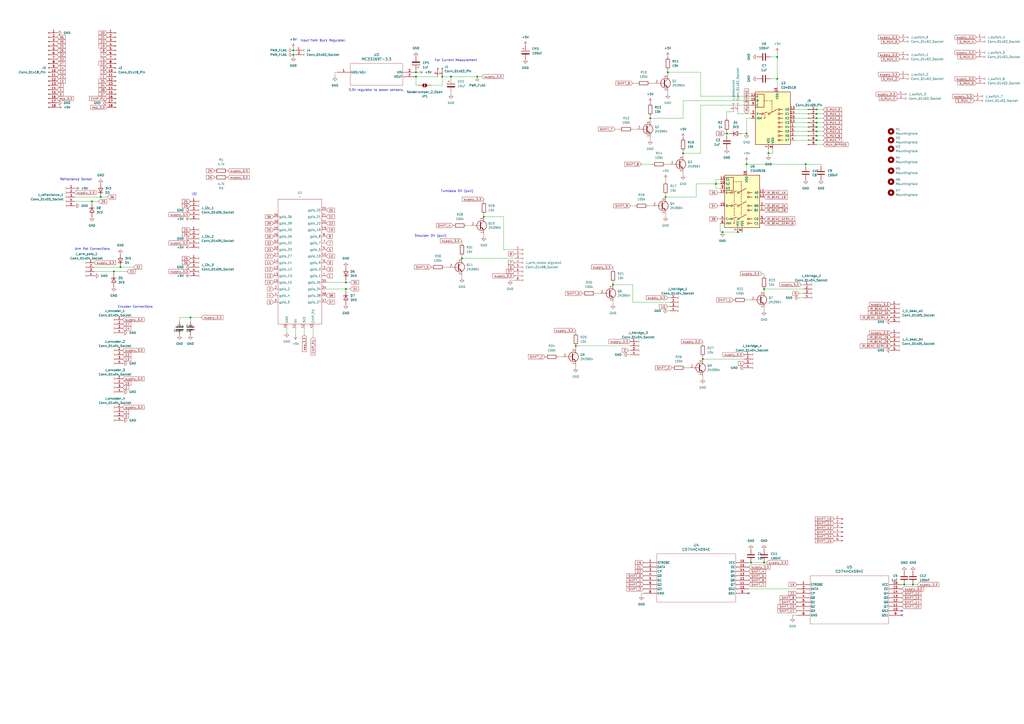
<source format=kicad_sch>
(kicad_sch (version 20250114) (generator "eeschema") (generator_version "9.0")
  (paper "A2")
  (text "For Current Measurement" (at 264.414 35.052 0) (effects (font (size 1.27 1.27))))
  (text "Encoder Connections" (at 78.486 178.054 0) (effects (font (size 1.27 1.27))))
  (text "I2C" (at 112.776 112.776 0) (effects (font (size 1.27 1.27))))
  (text "Shoulder Dir (pull)" (at 249.682 136.906 0) (effects (font (size 1.27 1.27))))
  (text "Arm Pot Connections" (at 53.594 144.526 0) (effects (font (size 1.27 1.27))))
  (text "Input from Buck Regulator." (at 187.452 23.622 0) (effects (font (size 1.27 1.27))))
  (text "Reflectance Sensor" (at 44.196 104.14 0) (effects (font (size 1.27 1.27))))
  (text "3.3V regulator to power sensors." (at 218.186 52.324 0) (effects (font (size 1.27 1.27))))
  (text "Turntable Dir (pull)" (at 265.176 110.998 0) (effects (font (size 1.27 1.27))))
  (junction (at 435.61 326.39))
  (junction (at 241.3 44.45))
  (junction (at 473.71 66.04))
  (junction (at 387.35 41.91))
  (junction (at 433.07 77.47))
  (junction (at 415.29 106.68))
  (junction (at 261.62 44.45))
  (junction (at 443.23 326.39))
  (junction (at 170.18 29.21))
  (junction (at 241.3 41.91))
  (junction (at 443.23 167.64))
  (junction (at 467.36 95.25))
  (junction (at 473.71 81.28))
  (junction (at 386.08 114.3))
  (junction (at 419.1 134.62))
  (junction (at 529.59 339.09))
  (junction (at 53.34 116.84))
  (junction (at 473.71 73.66))
  (junction (at 170.18 31.75))
  (junction (at 450.85 45.72))
  (junction (at 473.71 76.2))
  (junction (at 433.07 95.25))
  (junction (at 256.54 44.45))
  (junction (at 58.42 114.3))
  (junction (at 473.71 68.58))
  (junction (at 427.99 134.62))
  (junction (at 200.66 163.83))
  (junction (at 473.71 78.74))
  (junction (at 200.66 167.64))
  (junction (at 355.6 165.1))
  (junction (at 473.71 63.5))
  (junction (at 473.71 71.12))
  (junction (at 524.51 339.09))
  (junction (at 396.24 88.9))
  (junction (at 267.97 149.86))
  (junction (at 421.64 77.47))
  (junction (at 334.01 200.66))
  (junction (at 280.67 125.73))
  (junction (at 407.67 208.28))
  (junction (at 377.19 68.58))
  (junction (at 69.85 154.94))
  (junction (at 276.86 44.45))
  (junction (at 66.04 157.48))
  (junction (at 110.49 184.15))
  (junction (at 450.85 33.02))
  (junction (at 445.77 88.9))
  (no_connect (at 434.34 344.17))
  (no_connect (at 523.24 354.33))
  (no_connect (at 523.24 356.87))
  (wire (pts (xy 524.51 339.09) (xy 529.59 339.09)))
  (wire (pts (xy 367.03 74.93) (xy 369.57 74.93)))
  (wire (pts (xy 171.45 190.5) (xy 171.45 194.31)))
  (wire (pts (xy 407.67 207.01) (xy 407.67 208.28)))
  (wire (pts (xy 443.23 158.75) (xy 443.23 160.02)))
  (wire (pts (xy 459.74 356.87) (xy 459.74 358.14)))
  (wire (pts (xy 54.61 154.94) (xy 69.85 154.94)))
  (wire (pts (xy 387.35 54.61) (xy 387.35 53.34)))
  (wire (pts (xy 292.1 125.73) (xy 280.67 125.73)))
  (wire (pts (xy 433.07 173.99) (xy 435.61 173.99)))
  (wire (pts (xy 461.01 68.58) (xy 473.71 68.58)))
  (wire (pts (xy 415.29 106.68) (xy 415.29 109.22)))
  (wire (pts (xy 261.62 44.45) (xy 261.62 45.72)))
  (wire (pts (xy 447.04 33.02) (xy 450.85 33.02)))
  (wire (pts (xy 433.07 95.25) (xy 433.07 99.06)))
  (wire (pts (xy 416.56 127) (xy 417.83 127)))
  (wire (pts (xy 356.87 74.93) (xy 359.41 74.93)))
  (wire (pts (xy 443.23 167.64) (xy 443.23 168.91)))
  (wire (pts (xy 377.19 48.26) (xy 379.73 48.26)))
  (wire (pts (xy 466.09 165.1) (xy 464.82 165.1)))
  (wire (pts (xy 435.61 326.39) (xy 443.23 326.39)))
  (wire (pts (xy 450.85 30.48) (xy 450.85 33.02)))
  (wire (pts (xy 417.83 104.14) (xy 415.29 104.14)))
  (wire (pts (xy 473.71 68.58) (xy 477.52 68.58)))
  (wire (pts (xy 69.85 154.94) (xy 77.47 154.94)))
  (wire (pts (xy 170.18 33.02) (xy 170.18 31.75)))
  (wire (pts (xy 323.85 207.01) (xy 326.39 207.01)))
  (wire (pts (xy 396.24 58.42) (xy 435.61 58.42)))
  (wire (pts (xy 365.76 119.38) (xy 368.3 119.38)))
  (wire (pts (xy 476.25 95.25) (xy 467.36 95.25)))
  (wire (pts (xy 276.86 44.45) (xy 279.4 44.45)))
  (wire (pts (xy 257.81 154.94) (xy 260.35 154.94)))
  (wire (pts (xy 434.34 326.39) (xy 435.61 326.39)))
  (wire (pts (xy 407.67 208.28) (xy 431.8 208.28)))
  (wire (pts (xy 461.01 73.66) (xy 473.71 73.66)))
  (wire (pts (xy 355.6 163.83) (xy 355.6 165.1)))
  (wire (pts (xy 364.49 205.74) (xy 365.76 205.74)))
  (wire (pts (xy 241.3 49.53) (xy 241.3 44.45)))
  (wire (pts (xy 421.64 76.2) (xy 421.64 77.47)))
  (wire (pts (xy 419.1 134.62) (xy 427.99 134.62)))
  (wire (pts (xy 388.62 177.8) (xy 387.35 177.8)))
  (wire (pts (xy 176.53 190.5) (xy 176.53 194.31)))
  (wire (pts (xy 421.64 64.77) (xy 421.64 68.58)))
  (wire (pts (xy 241.3 49.53) (xy 242.57 49.53)))
  (wire (pts (xy 377.19 81.28) (xy 377.19 80.01)))
  (wire (pts (xy 473.71 66.04) (xy 477.52 66.04)))
  (wire (pts (xy 170.18 29.21) (xy 171.45 29.21)))
  (wire (pts (xy 448.31 86.36) (xy 448.31 88.9)))
  (wire (pts (xy 375.92 119.38) (xy 378.46 119.38)))
  (wire (pts (xy 407.67 198.12) (xy 407.67 199.39)))
  (wire (pts (xy 43.18 116.84) (xy 53.34 116.84)))
  (wire (pts (xy 334.01 200.66) (xy 334.01 201.93)))
  (wire (pts (xy 388.62 180.34) (xy 387.35 180.34)))
  (wire (pts (xy 532.13 339.09) (xy 529.59 339.09)))
  (wire (pts (xy 295.91 162.56) (xy 298.45 162.56)))
  (wire (pts (xy 241.3 44.45) (xy 254 44.45)))
  (wire (pts (xy 355.6 154.94) (xy 355.6 156.21)))
  (wire (pts (xy 406.4 41.91) (xy 387.35 41.91)))
  (wire (pts (xy 280.67 124.46) (xy 280.67 125.73)))
  (wire (pts (xy 461.01 81.28) (xy 473.71 81.28)))
  (wire (pts (xy 523.24 339.09) (xy 524.51 339.09)))
  (wire (pts (xy 447.04 45.72) (xy 450.85 45.72)))
  (wire (pts (xy 372.11 344.17) (xy 372.11 345.44)))
  (wire (pts (xy 461.01 66.04) (xy 473.71 66.04)))
  (wire (pts (xy 110.49 184.15) (xy 116.84 184.15)))
  (wire (pts (xy 280.67 135.89) (xy 280.67 137.16)))
  (wire (pts (xy 396.24 88.9) (xy 396.24 90.17)))
  (wire (pts (xy 477.52 83.82) (xy 473.71 83.82)))
  (wire (pts (xy 66.04 157.48) (xy 73.66 157.48)))
  (wire (pts (xy 194.31 41.91) (xy 195.58 41.91)))
  (wire (pts (xy 200.66 163.83) (xy 189.23 163.83)))
  (wire (pts (xy 267.97 139.7) (xy 267.97 140.97)))
  (wire (pts (xy 104.14 186.69) (xy 104.14 184.15)))
  (wire (pts (xy 396.24 68.58) (xy 396.24 58.42)))
  (wire (pts (xy 473.71 76.2) (xy 477.52 76.2)))
  (wire (pts (xy 425.45 64.77) (xy 421.64 64.77)))
  (wire (pts (xy 466.09 170.18) (xy 463.55 170.18)))
  (wire (pts (xy 53.34 116.84) (xy 53.34 118.11)))
  (wire (pts (xy 377.19 68.58) (xy 377.19 69.85)))
  (wire (pts (xy 355.6 175.26) (xy 355.6 176.53)))
  (wire (pts (xy 433.07 93.98) (xy 433.07 95.25)))
  (wire (pts (xy 386.08 124.46) (xy 386.08 125.73)))
  (wire (pts (xy 267.97 149.86) (xy 298.45 149.86)))
  (wire (pts (xy 280.67 115.57) (xy 280.67 116.84)))
  (wire (pts (xy 194.31 44.45) (xy 194.31 41.91)))
  (wire (pts (xy 267.97 160.02) (xy 267.97 161.29)))
  (wire (pts (xy 406.4 88.9) (xy 396.24 88.9)))
  (wire (pts (xy 261.62 44.45) (xy 256.54 44.45)))
  (wire (pts (xy 388.62 172.72) (xy 387.35 172.72)))
  (wire (pts (xy 200.66 168.91) (xy 200.66 167.64)))
  (wire (pts (xy 387.35 41.91) (xy 387.35 43.18)))
  (wire (pts (xy 170.18 27.94) (xy 170.18 29.21)))
  (wire (pts (xy 367.03 165.1) (xy 355.6 165.1)))
  (wire (pts (xy 43.18 114.3) (xy 58.42 114.3)))
  (wire (pts (xy 364.49 203.2) (xy 365.76 203.2)))
  (wire (pts (xy 473.71 73.66) (xy 477.52 73.66)))
  (wire (pts (xy 334.01 200.66) (xy 365.76 200.66)))
  (wire (pts (xy 367.03 175.26) (xy 367.03 165.1)))
  (wire (pts (xy 387.35 40.64) (xy 387.35 41.91)))
  (wire (pts (xy 476.25 96.52) (xy 476.25 95.25)))
  (wire (pts (xy 367.03 48.26) (xy 369.57 48.26)))
  (wire (pts (xy 66.04 157.48) (xy 66.04 158.75)))
  (wire (pts (xy 473.71 71.12) (xy 477.52 71.12)))
  (wire (pts (xy 417.83 134.62) (xy 419.1 134.62)))
  (wire (pts (xy 420.37 77.47) (xy 421.64 77.47)))
  (wire (pts (xy 473.71 81.28) (xy 477.52 81.28)))
  (wire (pts (xy 448.31 88.9) (xy 445.77 88.9)))
  (wire (pts (xy 203.2 167.64) (xy 200.66 167.64)))
  (wire (pts (xy 461.01 76.2) (xy 473.71 76.2)))
  (wire (pts (xy 422.91 77.47) (xy 421.64 77.47)))
  (wire (pts (xy 396.24 87.63) (xy 396.24 88.9)))
  (wire (pts (xy 415.29 109.22) (xy 417.83 109.22)))
  (wire (pts (xy 445.77 86.36) (xy 445.77 88.9)))
  (wire (pts (xy 373.38 344.17) (xy 372.11 344.17)))
  (wire (pts (xy 435.61 55.88) (xy 406.4 55.88)))
  (wire (pts (xy 396.24 101.6) (xy 396.24 100.33)))
  (wire (pts (xy 461.01 71.12) (xy 473.71 71.12)))
  (wire (pts (xy 461.01 78.74) (xy 473.71 78.74)))
  (wire (pts (xy 406.4 55.88) (xy 406.4 41.91)))
  (wire (pts (xy 292.1 144.78) (xy 292.1 125.73)))
  (wire (pts (xy 241.3 41.91) (xy 242.57 41.91)))
  (wire (pts (xy 435.61 66.04) (xy 427.99 66.04)))
  (wire (pts (xy 427.99 134.62) (xy 430.53 134.62)))
  (wire (pts (xy 407.67 218.44) (xy 407.67 219.71)))
  (wire (pts (xy 250.19 49.53) (xy 256.54 49.53)))
  (wire (pts (xy 53.34 116.84) (xy 57.15 116.84)))
  (wire (pts (xy 386.08 95.25) (xy 388.62 95.25)))
  (wire (pts (xy 54.61 157.48) (xy 66.04 157.48)))
  (wire (pts (xy 200.66 162.56) (xy 200.66 163.83)))
  (wire (pts (xy 417.83 129.54) (xy 417.83 134.62)))
  (wire (pts (xy 406.4 60.96) (xy 406.4 88.9)))
  (wire (pts (xy 467.36 95.25) (xy 433.07 95.25)))
  (wire (pts (xy 388.62 175.26) (xy 367.03 175.26)))
  (wire (pts (xy 261.62 53.34) (xy 261.62 54.61)))
  (wire (pts (xy 444.5 326.39) (xy 443.23 326.39)))
  (wire (pts (xy 166.37 190.5) (xy 166.37 193.04)))
  (wire (pts (xy 450.85 45.72) (xy 450.85 50.8)))
  (wire (pts (xy 415.29 104.14) (xy 415.29 106.68)))
  (wire (pts (xy 434.34 341.63) (xy 462.28 341.63)))
  (wire (pts (xy 467.36 95.25) (xy 467.36 96.52)))
  (wire (pts (xy 445.77 88.9) (xy 445.77 90.17)))
  (wire (pts (xy 396.24 68.58) (xy 377.19 68.58)))
  (wire (pts (xy 461.01 63.5) (xy 473.71 63.5)))
  (wire (pts (xy 415.29 106.68) (xy 403.86 106.68)))
  (wire (pts (xy 334.01 212.09) (xy 334.01 213.36)))
  (wire (pts (xy 386.08 113.03) (xy 386.08 114.3)))
  (wire (pts (xy 386.08 104.14) (xy 386.08 105.41)))
  (wire (pts (xy 261.62 44.45) (xy 276.86 44.45)))
  (wire (pts (xy 416.56 119.38) (xy 417.83 119.38)))
  (wire (pts (xy 473.71 78.74) (xy 477.52 78.74)))
  (wire (pts (xy 443.23 167.64) (xy 466.09 167.64)))
  (wire (pts (xy 181.61 190.5) (xy 181.61 195.58)))
  (wire (pts (xy 334.01 191.77) (xy 334.01 193.04)))
  (wire (pts (xy 104.14 184.15) (xy 110.49 184.15)))
  (wire (pts (xy 345.44 170.18) (xy 347.98 170.18)))
  (wire (pts (xy 450.85 33.02) (xy 450.85 45.72)))
  (wire (pts (xy 298.45 144.78) (xy 292.1 144.78)))
  (wire (pts (xy 372.11 95.25) (xy 378.46 95.25)))
  (wire (pts (xy 416.56 111.76) (xy 417.83 111.76)))
  (wire (pts (xy 473.71 63.5) (xy 477.52 63.5)))
  (wire (pts (xy 58.42 114.3) (xy 62.23 114.3)))
  (wire (pts (xy 435.61 60.96) (xy 406.4 60.96)))
  (wire (pts (xy 466.09 172.72) (xy 463.55 172.72)))
  (wire (pts (xy 203.2 163.83) (xy 200.66 163.83)))
  (wire (pts (xy 427.99 66.04) (xy 427.99 64.77)))
  (wire (pts (xy 110.49 184.15) (xy 110.49 186.69)))
  (wire (pts (xy 433.07 77.47) (xy 430.53 77.47)))
  (wire (pts (xy 241.3 40.64) (xy 241.3 41.91)))
  (wire (pts (xy 397.51 213.36) (xy 400.05 213.36)))
  (wire (pts (xy 403.86 106.68) (xy 403.86 114.3)))
  (wire (pts (xy 256.54 49.53) (xy 256.54 44.45)))
  (wire (pts (xy 200.66 167.64) (xy 189.23 167.64)))
  (wire (pts (xy 270.51 130.81) (xy 273.05 130.81)))
  (wire (pts (xy 435.61 68.58) (xy 433.07 68.58)))
  (wire (pts (xy 433.07 68.58) (xy 433.07 77.47)))
  (wire (pts (xy 421.64 77.47) (xy 421.64 78.74)))
  (wire (pts (xy 462.28 356.87) (xy 459.74 356.87)))
  (wire (pts (xy 377.19 67.31) (xy 377.19 68.58)))
  (wire (pts (xy 441.96 158.75) (xy 443.23 158.75)))
  (wire (pts (xy 415.29 106.68) (xy 417.83 106.68)))
  (wire (pts (xy 170.18 31.75) (xy 171.45 31.75)))
  (wire (pts (xy 267.97 148.59) (xy 267.97 149.86)))
  (wire (pts (xy 443.23 179.07) (xy 443.23 180.34)))
  (wire (pts (xy 403.86 114.3) (xy 386.08 114.3)))
  (global_label "8" (shape input) (at 189.23 137.16 0) (property "Intersheetrefs" "${INTERSHEET_REFS}" (effects (hide yes))))
  (global_label "CHIP_PU" (shape input) (at 62.23 57.15 180) (property "Intersheetrefs" "${INTERSHEET_REFS}" (effects (hide yes))))
  (global_label "IR_BEAC_1B" (shape input) (at 516.89 195.58 180) (property "Intersheetrefs" "${INTERSHEET_REFS}" (effects (hide yes))))
  (global_label "esp_3.3" (shape input) (at 176.53 194.31 270) (property "Intersheetrefs" "${INTERSHEET_REFS}" (effects (hide yes))))
  (global_label "25" (shape input) (at 110.49 116.84 180) (property "Intersheetrefs" "${INTERSHEET_REFS}" (effects (hide yes))))
  (global_label "S_MUX_6" (shape input) (at 566.42 48.26 180) (property "Intersheetrefs" "${INTERSHEET_REFS}" (effects (hide yes))))
  (global_label "supply_3.3" (shape input) (at 566.42 30.48 180) (property "Intersheetrefs" "${INTERSHEET_REFS}" (effects (hide yes))))
  (global_label "SHIFT_15" (shape input) (at 523.24 351.79 0) (property "Intersheetrefs" "${INTERSHEET_REFS}" (effects (hide yes))))
  (global_label "IR_BEAC_2A" (shape input) (at 516.89 181.61 180) (property "Intersheetrefs" "${INTERSHEET_REFS}" (effects (hide yes))))
  (global_label "supply_3.3" (shape input) (at 71.12 219.71 0) (property "Intersheetrefs" "${INTERSHEET_REFS}" (effects (hide yes))))
  (global_label "26" (shape input) (at 158.75 137.16 180) (property "Intersheetrefs" "${INTERSHEET_REFS}" (effects (hide yes))))
  (global_label "36" (shape input) (at 158.75 125.73 180) (property "Intersheetrefs" "${INTERSHEET_REFS}" (effects (hide yes))))
  (global_label "5" (shape input) (at 298.45 154.94 180) (property "Intersheetrefs" "${INTERSHEET_REFS}" (effects (hide yes))))
  (global_label "SHIFT_9" (shape input) (at 365.76 119.38 180) (property "Intersheetrefs" "${INTERSHEET_REFS}" (effects (hide yes))))
  (global_label "S_MUX_2" (shape input) (at 521.97 45.72 180) (property "Intersheetrefs" "${INTERSHEET_REFS}" (effects (hide yes))))
  (global_label "SHIFT_12" (shape input) (at 483.87 306.07 180) (property "Intersheetrefs" "${INTERSHEET_REFS}" (effects (hide yes))))
  (global_label "IR_BEAC_2B" (shape input) (at 516.89 198.12 180) (property "Intersheetrefs" "${INTERSHEET_REFS}" (effects (hide yes))))
  (global_label "5" (shape input) (at 189.23 144.78 0) (property "Intersheetrefs" "${INTERSHEET_REFS}" (effects (hide yes))))
  (global_label "supply_3.3" (shape input) (at 565.15 55.88 180) (property "Intersheetrefs" "${INTERSHEET_REFS}" (effects (hide yes))))
  (global_label "4" (shape input) (at 71.12 238.76 0) (property "Intersheetrefs" "${INTERSHEET_REFS}" (effects (hide yes))))
  (global_label "27" (shape input) (at 158.75 148.59 180) (property "Intersheetrefs" "${INTERSHEET_REFS}" (effects (hide yes))))
  (global_label "33" (shape input) (at 73.66 157.48 0) (property "Intersheetrefs" "${INTERSHEET_REFS}" (effects (hide yes))))
  (global_label "26" (shape input) (at 110.49 135.89 180) (property "Intersheetrefs" "${INTERSHEET_REFS}" (effects (hide yes))))
  (global_label "IR_BEAC_1A" (shape input) (at 443.23 111.76 0) (property "Intersheetrefs" "${INTERSHEET_REFS}" (effects (hide yes))))
  (global_label "S_MUX_7" (shape input) (at 565.15 58.42 180) (property "Intersheetrefs" "${INTERSHEET_REFS}" (effects (hide yes))))
  (global_label "34" (shape input) (at 62.23 49.53 180) (property "Intersheetrefs" "${INTERSHEET_REFS}" (effects (hide yes))))
  (global_label "12" (shape input) (at 33.02 41.91 0) (property "Intersheetrefs" "${INTERSHEET_REFS}" (effects (hide yes))))
  (global_label "SHIFT_13" (shape input) (at 483.87 308.61 180) (property "Intersheetrefs" "${INTERSHEET_REFS}" (effects (hide yes))))
  (global_label "SHIFT_7" (shape input) (at 434.34 339.09 0) (property "Intersheetrefs" "${INTERSHEET_REFS}" (effects (hide yes))))
  (global_label "38" (shape input) (at 189.23 171.45 0) (property "Intersheetrefs" "${INTERSHEET_REFS}" (effects (hide yes))))
  (global_label "37" (shape input) (at 189.23 175.26 0) (property "Intersheetrefs" "${INTERSHEET_REFS}" (effects (hide yes))))
  (global_label "3" (shape input) (at 189.23 156.21 0) (property "Intersheetrefs" "${INTERSHEET_REFS}" (effects (hide yes))))
  (global_label "35" (shape input) (at 203.2 163.83 0) (property "Intersheetrefs" "${INTERSHEET_REFS}" (effects (hide yes))))
  (global_label "IR_BEAC_SERV_B" (shape input) (at 516.89 200.66 180) (property "Intersheetrefs" "${INTERSHEET_REFS}" (effects (hide yes))))
  (global_label "supply_3.3" (shape input) (at 444.5 326.39 0) (property "Intersheetrefs" "${INTERSHEET_REFS}" (effects (hide yes))))
  (global_label "supply_3.3" (shape input) (at 521.97 21.59 180) (property "Intersheetrefs" "${INTERSHEET_REFS}" (effects (hide yes))))
  (global_label "20" (shape input) (at 420.37 77.47 180) (property "Intersheetrefs" "${INTERSHEET_REFS}" (effects (hide yes))))
  (global_label "1" (shape input) (at 431.8 210.82 180) (property "Intersheetrefs" "${INTERSHEET_REFS}" (effects (hide yes))))
  (global_label "SHIFT_4" (shape input) (at 434.34 331.47 0) (property "Intersheetrefs" "${INTERSHEET_REFS}" (effects (hide yes))))
  (global_label "25" (shape input) (at 110.49 149.86 180) (property "Intersheetrefs" "${INTERSHEET_REFS}" (effects (hide yes))))
  (global_label "39" (shape input) (at 33.02 24.13 0) (property "Intersheetrefs" "${INTERSHEET_REFS}" (effects (hide yes))))
  (global_label "IR_BEAC_1B" (shape input) (at 443.23 114.3 0) (property "Intersheetrefs" "${INTERSHEET_REFS}" (effects (hide yes))))
  (global_label "26" (shape input) (at 110.49 152.4 180) (property "Intersheetrefs" "${INTERSHEET_REFS}" (effects (hide yes))))
  (global_label "SHIFT_8" (shape input) (at 372.11 95.25 180) (property "Intersheetrefs" "${INTERSHEET_REFS}" (effects (hide yes))))
  (global_label "12" (shape input) (at 158.75 156.21 180) (property "Intersheetrefs" "${INTERSHEET_REFS}" (effects (hide yes))))
  (global_label "2" (shape input) (at 71.12 224.79 0) (property "Intersheetrefs" "${INTERSHEET_REFS}" (effects (hide yes))))
  (global_label "S_MUX_5" (shape input) (at 477.52 76.2 0) (property "Intersheetrefs" "${INTERSHEET_REFS}" (effects (hide yes))))
  (global_label "supply_3.3" (shape input) (at 434.34 328.93 0) (property "Intersheetrefs" "${INTERSHEET_REFS}" (effects (hide yes))))
  (global_label "1" (shape input) (at 189.23 160.02 0) (property "Intersheetrefs" "${INTERSHEET_REFS}" (effects (hide yes))))
  (global_label "9" (shape input) (at 62.23 39.37 180) (property "Intersheetrefs" "${INTERSHEET_REFS}" (effects (hide yes))))
  (global_label "S_MUX_2" (shape input) (at 477.52 68.58 0) (property "Intersheetrefs" "${INTERSHEET_REFS}" (effects (hide yes))))
  (global_label "15" (shape input) (at 158.75 163.83 180) (property "Intersheetrefs" "${INTERSHEET_REFS}" (effects (hide yes))))
  (global_label "39" (shape input) (at 57.15 116.84 0) (property "Intersheetrefs" "${INTERSHEET_REFS}" (effects (hide yes))))
  (global_label "36" (shape input) (at 33.02 21.59 0) (property "Intersheetrefs" "${INTERSHEET_REFS}" (effects (hide yes))))
  (global_label "32" (shape input) (at 77.47 154.94 0) (property "Intersheetrefs" "${INTERSHEET_REFS}" (effects (hide yes))))
  (global_label "S_MUX_6" (shape input) (at 477.52 78.74 0) (property "Intersheetrefs" "${INTERSHEET_REFS}" (effects (hide yes))))
  (global_label "S_MUX_7" (shape input) (at 477.52 81.28 0) (property "Intersheetrefs" "${INTERSHEET_REFS}" (effects (hide yes))))
  (global_label "SHIFT_10" (shape input) (at 483.87 300.99 180) (property "Intersheetrefs" "${INTERSHEET_REFS}" (effects (hide yes))))
  (global_label "SHIFT_10" (shape input) (at 462.28 351.79 180) (property "Intersheetrefs" "${INTERSHEET_REFS}" (effects (hide yes))))
  (global_label "SHIFT_2" (shape input) (at 316.23 207.01 180) (property "Intersheetrefs" "${INTERSHEET_REFS}" (effects (hide yes))))
  (global_label "esp_3.3" (shape input) (at 62.23 62.23 180) (property "Intersheetrefs" "${INTERSHEET_REFS}" (effects (hide yes))))
  (global_label "SHIFT_6" (shape input) (at 367.03 48.26 180) (property "Intersheetrefs" "${INTERSHEET_REFS}" (effects (hide yes))))
  (global_label "SHIFT_8" (shape input) (at 462.28 346.71 180) (property "Intersheetrefs" "${INTERSHEET_REFS}" (effects (hide yes))))
  (global_label "34" (shape input) (at 203.2 167.64 0) (property "Intersheetrefs" "${INTERSHEET_REFS}" (effects (hide yes))))
  (global_label "S_MUX_1" (shape input) (at 477.52 66.04 0) (property "Intersheetrefs" "${INTERSHEET_REFS}" (effects (hide yes))))
  (global_label "SHIFT_13" (shape input) (at 523.24 346.71 0) (property "Intersheetrefs" "${INTERSHEET_REFS}" (effects (hide yes))))
  (global_label "CHIP_PU" (shape input) (at 181.61 195.58 270) (property "Intersheetrefs" "${INTERSHEET_REFS}" (effects (hide yes))))
  (global_label "SHIFT_6" (shape input) (at 434.34 336.55 0) (property "Intersheetrefs" "${INTERSHEET_REFS}" (effects (hide yes))))
  (global_label "2" (shape input) (at 158.75 167.64 180) (property "Intersheetrefs" "${INTERSHEET_REFS}" (effects (hide yes))))
  (global_label "14" (shape input) (at 33.02 39.37 0) (property "Intersheetrefs" "${INTERSHEET_REFS}" (effects (hide yes))))
  (global_label "SHIFT_1" (shape input) (at 373.38 336.55 180) (property "Intersheetrefs" "${INTERSHEET_REFS}" (effects (hide yes))))
  (global_label "SHIFT_3" (shape input) (at 373.38 341.63 180) (property "Intersheetrefs" "${INTERSHEET_REFS}" (effects (hide yes))))
  (global_label "supply_3.3" (shape input) (at 132.08 102.87 0) (property "Intersheetrefs" "${INTERSHEET_REFS}" (effects (hide yes))))
  (global_label "26" (shape input) (at 124.46 102.87 180) (property "Intersheetrefs" "${INTERSHEET_REFS}" (effects (hide yes))))
  (global_label "supply_3.3" (shape input) (at 532.13 339.09 0) (property "Intersheetrefs" "${INTERSHEET_REFS}" (effects (hide yes))))
  (global_label "4" (shape input) (at 33.02 52.07 0) (property "Intersheetrefs" "${INTERSHEET_REFS}" (effects (hide yes))))
  (global_label "supply_3.3" (shape input) (at 132.08 99.06 0) (property "Intersheetrefs" "${INTERSHEET_REFS}" (effects (hide yes))))
  (global_label "13" (shape input) (at 158.75 160.02 180) (property "Intersheetrefs" "${INTERSHEET_REFS}" (effects (hide yes))))
  (global_label "esp_3.3" (shape input) (at 33.02 57.15 0) (property "Intersheetrefs" "${INTERSHEET_REFS}" (effects (hide yes))))
  (global_label "S_MUX_3" (shape input) (at 477.52 71.12 0) (property "Intersheetrefs" "${INTERSHEET_REFS}" (effects (hide yes))))
  (global_label "7" (shape input) (at 62.23 31.75 180) (property "Intersheetrefs" "${INTERSHEET_REFS}" (effects (hide yes))))
  (global_label "21" (shape input) (at 373.38 328.93 180) (property "Intersheetrefs" "${INTERSHEET_REFS}" (effects (hide yes))))
  (global_label "7" (shape input) (at 298.45 152.4 180) (property "Intersheetrefs" "${INTERSHEET_REFS}" (effects (hide yes))))
  (global_label "SHIFT_0" (shape input) (at 337.82 170.18 180) (property "Intersheetrefs" "${INTERSHEET_REFS}" (effects (hide yes))))
  (global_label "supply_3.3" (shape input) (at 521.97 31.75 180) (property "Intersheetrefs" "${INTERSHEET_REFS}" (effects (hide yes))))
  (global_label "IR_BEAC_2B" (shape input) (at 443.23 121.92 0) (property "Intersheetrefs" "${INTERSHEET_REFS}" (effects (hide yes))))
  (global_label "supply_3.3" (shape input) (at 441.96 158.75 180) (property "Intersheetrefs" "${INTERSHEET_REFS}" (effects (hide yes))))
  (global_label "supply_3.3" (shape input) (at 365.76 198.12 180) (property "Intersheetrefs" "${INTERSHEET_REFS}" (effects (hide yes))))
  (global_label "19" (shape input) (at 189.23 133.35 0) (property "Intersheetrefs" "${INTERSHEET_REFS}" (effects (hide yes))))
  (global_label "27" (shape input) (at 33.02 36.83 0) (property "Intersheetrefs" "${INTERSHEET_REFS}" (effects (hide yes))))
  (global_label "supply_3.3" (shape input) (at 355.6 154.94 180) (property "Intersheetrefs" "${INTERSHEET_REFS}" (effects (hide yes))))
  (global_label "IR_BEAC_SERV_A" (shape input) (at 443.23 127 0) (property "Intersheetrefs" "${INTERSHEET_REFS}" (effects (hide yes))))
  (global_label "9" (shape input) (at 189.23 152.4 0) (property "Intersheetrefs" "${INTERSHEET_REFS}" (effects (hide yes))))
  (global_label "36" (shape input) (at 62.23 114.3 0) (property "Intersheetrefs" "${INTERSHEET_REFS}" (effects (hide yes))))
  (global_label "supply_3.3" (shape input) (at 71.12 185.42 0) (property "Intersheetrefs" "${INTERSHEET_REFS}" (effects (hide yes))))
  (global_label "21" (shape input) (at 62.23 21.59 180) (property "Intersheetrefs" "${INTERSHEET_REFS}" (effects (hide yes))))
  (global_label "SHIFT_1" (shape input) (at 425.45 173.99 180) (property "Intersheetrefs" "${INTERSHEET_REFS}" (effects (hide yes))))
  (global_label "supply_3.3" (shape input) (at 110.49 140.97 180) (property "Intersheetrefs" "${INTERSHEET_REFS}" (effects (hide yes))))
  (global_label "supply_3.3" (shape input) (at 431.8 205.74 180) (property "Intersheetrefs" "${INTERSHEET_REFS}" (effects (hide yes))))
  (global_label "IR_BEAC_2A" (shape input) (at 443.23 119.38 0) (property "Intersheetrefs" "${INTERSHEET_REFS}" (effects (hide yes))))
  (global_label "10" (shape input) (at 387.35 177.8 180) (property "Intersheetrefs" "${INTERSHEET_REFS}" (effects (hide yes))))
  (global_label "15" (shape input) (at 33.02 46.99 0) (property "Intersheetrefs" "${INTERSHEET_REFS}" (effects (hide yes))))
  (global_label "IR_BEAC_SERV_A" (shape input) (at 516.89 184.15 180) (property "Intersheetrefs" "${INTERSHEET_REFS}" (effects (hide yes))))
  (global_label "supply_3.3" (shape input) (at 110.49 157.48 180) (property "Intersheetrefs" "${INTERSHEET_REFS}" (effects (hide yes))))
  (global_label "S_MUX_3" (shape input) (at 520.7 57.15 180) (property "Intersheetrefs" "${INTERSHEET_REFS}" (effects (hide yes))))
  (global_label "SHIFT_11" (shape input) (at 483.87 303.53 180) (property "Intersheetrefs" "${INTERSHEET_REFS}" (effects (hide yes))))
  (global_label "19" (shape input) (at 373.38 326.39 180) (property "Intersheetrefs" "${INTERSHEET_REFS}" (effects (hide yes))))
  (global_label "20" (shape input) (at 189.23 121.92 0) (property "Intersheetrefs" "${INTERSHEET_REFS}" (effects (hide yes))))
  (global_label "2" (shape input) (at 33.02 49.53 0) (property "Intersheetrefs" "${INTERSHEET_REFS}" (effects (hide yes))))
  (global_label "supply_3.3" (shape input) (at 43.18 111.76 0) (property "Intersheetrefs" "${INTERSHEET_REFS}" (effects (hide yes))))
  (global_label "37" (shape input) (at 62.23 54.61 180) (property "Intersheetrefs" "${INTERSHEET_REFS}" (effects (hide yes))))
  (global_label "34" (shape input) (at 416.56 119.38 180) (property "Intersheetrefs" "${INTERSHEET_REFS}" (effects (hide yes))))
  (global_label "supply_3.3" (shape input) (at 71.12 236.22 0) (property "Intersheetrefs" "${INTERSHEET_REFS}" (effects (hide yes))))
  (global_label "1" (shape input) (at 62.23 44.45 180) (property "Intersheetrefs" "${INTERSHEET_REFS}" (effects (hide yes))))
  (global_label "26" (shape input) (at 33.02 29.21 0) (property "Intersheetrefs" "${INTERSHEET_REFS}" (effects (hide yes))))
  (global_label "supply_3.3" (shape input) (at 267.97 139.7 180) (property "Intersheetrefs" "${INTERSHEET_REFS}" (effects (hide yes))))
  (global_label "SHIFT_0" (shape input) (at 373.38 334.01 180) (property "Intersheetrefs" "${INTERSHEET_REFS}" (effects (hide yes))))
  (global_label "14" (shape input) (at 158.75 152.4 180) (property "Intersheetrefs" "${INTERSHEET_REFS}" (effects (hide yes))))
  (global_label "32" (shape input) (at 158.75 140.97 180) (property "Intersheetrefs" "${INTERSHEET_REFS}" (effects (hide yes))))
  (global_label "3" (shape input) (at 364.49 203.2 180) (property "Intersheetrefs" "${INTERSHEET_REFS}" (effects (hide yes))))
  (global_label "SHIFT_14" (shape input) (at 523.24 349.25 0) (property "Intersheetrefs" "${INTERSHEET_REFS}" (effects (hide yes))))
  (global_label "supply_3.3" (shape input) (at 387.35 172.72 180) (property "Intersheetrefs" "${INTERSHEET_REFS}" (effects (hide yes))))
  (global_label "13" (shape input) (at 33.02 44.45 0) (property "Intersheetrefs" "${INTERSHEET_REFS}" (effects (hide yes))))
  (global_label "S_MUX_4" (shape input) (at 566.42 24.13 180) (property "Intersheetrefs" "${INTERSHEET_REFS}" (effects (hide yes))))
  (global_label "12" (shape input) (at 71.12 205.74 0) (property "Intersheetrefs" "${INTERSHEET_REFS}" (effects (hide yes))))
  (global_label "22" (shape input) (at 62.23 24.13 180) (property "Intersheetrefs" "${INTERSHEET_REFS}" (effects (hide yes))))
  (global_label "SHIFT_5" (shape input) (at 434.34 334.01 0) (property "Intersheetrefs" "${INTERSHEET_REFS}" (effects (hide yes))))
  (global_label "IR_BEAC_SERV_B" (shape input) (at 443.23 129.54 0) (property "Intersheetrefs" "${INTERSHEET_REFS}" (effects (hide yes))))
  (global_label "39" (shape input) (at 158.75 129.54 180) (property "Intersheetrefs" "${INTERSHEET_REFS}" (effects (hide yes))))
  (global_label "supply_3.3" (shape input) (at 280.67 115.57 180) (property "Intersheetrefs" "${INTERSHEET_REFS}" (effects (hide yes))))
  (global_label "13" (shape input) (at 71.12 208.28 0) (property "Intersheetrefs" "${INTERSHEET_REFS}" (effects (hide yes))))
  (global_label "38" (shape input) (at 62.23 52.07 180) (property "Intersheetrefs" "${INTERSHEET_REFS}" (effects (hide yes))))
  (global_label "9" (shape input) (at 463.55 170.18 180) (property "Intersheetrefs" "${INTERSHEET_REFS}" (effects (hide yes))))
  (global_label "S_MUX_1" (shape input) (at 521.97 34.29 180) (property "Intersheetrefs" "${INTERSHEET_REFS}" (effects (hide yes))))
  (global_label "5" (shape input) (at 62.23 34.29 180) (property "Intersheetrefs" "${INTERSHEET_REFS}" (effects (hide yes))))
  (global_label "SHIFT_2" (shape input) (at 373.38 339.09 180) (property "Intersheetrefs" "${INTERSHEET_REFS}" (effects (hide yes))))
  (global_label "35" (shape input) (at 416.56 111.76 180) (property "Intersheetrefs" "${INTERSHEET_REFS}" (effects (hide yes))))
  (global_label "SHIFT_5" (shape input) (at 250.19 154.94 180) (property "Intersheetrefs" "${INTERSHEET_REFS}" (effects (hide yes))))
  (global_label "SHIFT_7" (shape input) (at 356.87 74.93 180) (property "Intersheetrefs" "${INTERSHEET_REFS}" (effects (hide yes))))
  (global_label "22" (shape input) (at 462.28 344.17 180) (property "Intersheetrefs" "${INTERSHEET_REFS}" (effects (hide yes))))
  (global_label "33" (shape input) (at 158.75 144.78 180) (property "Intersheetrefs" "${INTERSHEET_REFS}" (effects (hide yes))))
  (global_label "supply_3.3" (shape input) (at 298.45 160.02 180) (property "Intersheetrefs" "${INTERSHEET_REFS}" (effects (hide yes))))
  (global_label "supply_3.3" (shape input) (at 520.7 54.61 180) (property "Intersheetrefs" "${INTERSHEET_REFS}" (effects (hide yes))))
  (global_label "S_MUX_4" (shape input) (at 477.52 73.66 0) (property "Intersheetrefs" "${INTERSHEET_REFS}" (effects (hide yes))))
  (global_label "22" (shape input) (at 189.23 129.54 0) (property "Intersheetrefs" "${INTERSHEET_REFS}" (effects (hide yes))))
  (global_label "20" (shape input) (at 62.23 19.05 180) (property "Intersheetrefs" "${INTERSHEET_REFS}" (effects (hide yes))))
  (global_label "21" (shape input) (at 189.23 125.73 0) (property "Intersheetrefs" "${INTERSHEET_REFS}" (effects (hide yes))))
  (global_label "MUX_BYPASS" (shape input) (at 477.52 83.82 0) (property "Intersheetrefs" "${INTERSHEET_REFS}" (effects (hide yes))))
  (global_label "19" (shape input) (at 462.28 339.09 180) (property "Intersheetrefs" "${INTERSHEET_REFS}" (effects (hide yes))))
  (global_label "SHIFT_3" (shape input) (at 389.89 213.36 180) (property "Intersheetrefs" "${INTERSHEET_REFS}" (effects (hide yes))))
  (global_label "25" (shape input) (at 158.75 133.35 180) (property "Intersheetrefs" "${INTERSHEET_REFS}" (effects (hide yes))))
  (global_label "S_MUX_5" (shape input) (at 566.42 33.02 180) (property "Intersheetrefs" "${INTERSHEET_REFS}" (effects (hide yes))))
  (global_label "SHIFT_4" (shape input) (at 262.89 130.81 180) (property "Intersheetrefs" "${INTERSHEET_REFS}" (effects (hide yes))))
  (global_label "0" (shape input) (at 158.75 175.26 180) (property "Intersheetrefs" "${INTERSHEET_REFS}" (effects (hide yes))))
  (global_label "10" (shape input) (at 62.23 36.83 180) (property "Intersheetrefs" "${INTERSHEET_REFS}" (effects (hide yes))))
  (global_label "33" (shape input) (at 33.02 34.29 0) (property "Intersheetrefs" "${INTERSHEET_REFS}" (effects (hide yes))))
  (global_label "8" (shape input) (at 298.45 147.32 180) (property "Intersheetrefs" "${INTERSHEET_REFS}" (effects (hide yes))))
  (global_label "15" (shape input) (at 71.12 222.25 0) (property "Intersheetrefs" "${INTERSHEET_REFS}" (effects (hide yes))))
  (global_label "7" (shape input) (at 189.23 140.97 0) (property "Intersheetrefs" "${INTERSHEET_REFS}" (effects (hide yes))))
  (global_label "S_MUX_0" (shape input) (at 521.97 24.13 180) (property "Intersheetrefs" "${INTERSHEET_REFS}" (effects (hide yes))))
  (global_label "26" (shape input) (at 110.49 119.38 180) (property "Intersheetrefs" "${INTERSHEET_REFS}" (effects (hide yes))))
  (global_label "supply_3.3" (shape input) (at 279.4 44.45 0) (property "Intersheetrefs" "${INTERSHEET_REFS}" (effects (hide yes))))
  (global_label "SHIFT_11" (shape input) (at 462.28 354.33 180) (property "Intersheetrefs" "${INTERSHEET_REFS}" (effects (hide yes))))
  (global_label "22" (shape input) (at 373.38 331.47 180) (property "Intersheetrefs" "${INTERSHEET_REFS}" (effects (hide yes))))
  (global_label "supply_3.3" (shape input) (at 464.82 165.1 180) (property "Intersheetrefs" "${INTERSHEET_REFS}" (effects (hide yes))))
  (global_label "supply_3.3" (shape input) (at 566.42 45.72 180) (property "Intersheetrefs" "${INTERSHEET_REFS}" (effects (hide yes))))
  (global_label "10" (shape input) (at 189.23 148.59 0) (property "Intersheetrefs" "${INTERSHEET_REFS}" (effects (hide yes))))
  (global_label "3" (shape input) (at 62.23 41.91 180) (property "Intersheetrefs" "${INTERSHEET_REFS}" (effects (hide yes))))
  (global_label "8" (shape input) (at 62.23 29.21 180) (property "Intersheetrefs" "${INTERSHEET_REFS}" (effects (hide yes))))
  (global_label "supply_3.3" (shape input) (at 71.12 203.2 0) (property "Intersheetrefs" "${INTERSHEET_REFS}" (effects (hide yes))))
  (global_label "19" (shape input) (at 62.23 26.67 180) (property "Intersheetrefs" "${INTERSHEET_REFS}" (effects (hide yes))))
  (global_label "27" (shape input) (at 71.12 187.96 0) (property "Intersheetrefs" "${INTERSHEET_REFS}" (effects (hide yes))))
  (global_label "supply_3.3" (shape input) (at 516.89 176.53 180) (property "Intersheetrefs" "${INTERSHEET_REFS}" (effects (hide yes))))
  (global_label "supply_3.3" (shape input) (at 566.42 21.59 180) (property "Intersheetrefs" "${INTERSHEET_REFS}" (effects (hide yes))))
  (global_label "IR_BEAC_1A" (shape input) (at 516.89 179.07 180) (property "Intersheetrefs" "${INTERSHEET_REFS}" (effects (hide yes))))
  (global_label "supply_3.3" (shape input) (at 523.24 341.63 0) (property "Intersheetrefs" "${INTERSHEET_REFS}" (effects (hide yes))))
  (global_label "SHIFT_15" (shape input) (at 483.87 313.69 180) (property "Intersheetrefs" "${INTERSHEET_REFS}" (effects (hide yes))))
  (global_label "MUX_BYPASS" (shape input) (at 433.07 66.04 90) (property "Intersheetrefs" "${INTERSHEET_REFS}" (effects (hide yes))))
  (global_label "supply_3.3" (shape input) (at 54.61 152.4 0) (property "Intersheetrefs" "${INTERSHEET_REFS}" (effects (hide yes))))
  (global_label "14" (shape input) (at 71.12 190.5 0) (property "Intersheetrefs" "${INTERSHEET_REFS}" (effects (hide yes))))
  (global_label "4" (shape input) (at 158.75 171.45 180) (property "Intersheetrefs" "${INTERSHEET_REFS}" (effects (hide yes))))
  (global_label "supply_3.3" (shape input) (at 116.84 184.15 0) (property "Intersheetrefs" "${INTERSHEET_REFS}" (effects (hide yes))))
  (global_label "supply_3.3" (shape input) (at 516.89 193.04 180) (property "Intersheetrefs" "${INTERSHEET_REFS}" (effects (hide yes))))
  (global_label "32" (shape input) (at 33.02 31.75 0) (property "Intersheetrefs" "${INTERSHEET_REFS}" (effects (hide yes))))
  (global_label "0" (shape input) (at 33.02 54.61 0) (property "Intersheetrefs" "${INTERSHEET_REFS}" (effects (hide yes))))
  (global_label "25" (shape input) (at 124.46 99.06 180) (property "Intersheetrefs" "${INTERSHEET_REFS}" (effects (hide yes))))
  (global_label "37" (shape input) (at 298.45 157.48 180) (property "Intersheetrefs" "${INTERSHEET_REFS}" (effects (hide yes))))
  (global_label "SHIFT_9" (shape input) (at 462.28 349.25 180) (property "Intersheetrefs" "${INTERSHEET_REFS}" (effects (hide yes))))
  (global_label "supply_3.3" (shape input) (at 110.49 124.46 180) (property "Intersheetrefs" "${INTERSHEET_REFS}" (effects (hide yes))))
  (global_label "25" (shape input) (at 110.49 133.35 180) (property "Intersheetrefs" "${INTERSHEET_REFS}" (effects (hide yes))))
  (global_label "S_MUX_0" (shape input) (at 477.52 63.5 0) (property "Intersheetrefs" "${INTERSHEET_REFS}" (effects (hide yes))))
  (global_label "35" (shape input) (at 62.23 46.99 180) (property "Intersheetrefs" "${INTERSHEET_REFS}" (effects (hide yes))))
  (global_label "SHIFT_14" (shape input) (at 483.87 311.15 180) (property "Intersheetrefs" "${INTERSHEET_REFS}" (effects (hide yes))))
  (global_label "SHIFT_12" (shape input) (at 523.24 344.17 0) (property "Intersheetrefs" "${INTERSHEET_REFS}" (effects (hide yes))))
  (global_label "38" (shape input) (at 416.56 127 180) (property "Intersheetrefs" "${INTERSHEET_REFS}" (effects (hide yes))))
  (global_label "0" (shape input) (at 71.12 241.3 0) (property "Intersheetrefs" "${INTERSHEET_REFS}" (effects (hide yes))))
  (global_label "supply_3.3" (shape input) (at 521.97 43.18 180) (property "Intersheetrefs" "${INTERSHEET_REFS}" (effects (hide yes))))
  (global_label "supply_3.3" (shape input) (at 334.01 191.77 180) (property "Intersheetrefs" "${INTERSHEET_REFS}" (effects (hide yes))))
  (global_label "25" (shape input) (at 33.02 26.67 0) (property "Intersheetrefs" "${INTERSHEET_REFS}" (effects (hide yes))))
  (global_label "supply_3.3" (shape input) (at 407.67 198.12 180) (property "Intersheetrefs" "${INTERSHEET_REFS}" (effects (hide yes))))
  (symbol (lib_id "power:GND") (at 62.23 59.69 270) (unit 1)
    (property "Reference" "#PWR04" (effects (hide yes)))
    (property "Value" "GND" (at 58.42 59.6899 90) (effects (justify right)))
    (property "Description" "Power symbol creates a global label with name \"GND\" , ground" (effects (hide yes)))
  )
  (symbol (lib_id "power:GND") (at 463.55 172.72 270) (unit 1)
    (property "Reference" "#PWR067" (effects (hide yes)))
    (property "Value" "GND" (at 459.74 172.7199 90) (effects (justify right)))
    (property "Description" "Power symbol creates a global label with name \"GND\" , ground" (effects (hide yes)))
  )
  (symbol (lib_id "power:GND") (at 516.89 186.69 270) (mirror x) (unit 1)
    (property "Reference" "#PWR074" (effects (hide yes)))
    (property "Value" "GND" (at 513.08 186.6899 90) (effects (justify right)))
    (property "Description" "Power symbol creates a global label with name \"GND\" , ground" (effects (hide yes)))
  )
  (symbol (lib_id "power:GND") (at 459.74 358.14 0) (unit 1)
    (property "Reference" "#PWR047" (effects (hide yes)))
    (property "Value" "GND" (at 459.74 363.22 0))
    (property "Description" "Power symbol creates a global label with name \"GND\" , ground" (effects (hide yes)))
  )
  (symbol (lib_id "power:GND") (at 200.66 154.94 0) (mirror x) (unit 1)
    (property "Reference" "#PWR061" (effects (hide yes)))
    (property "Value" "GND" (at 200.66 149.86 0))
    (property "Description" "Power symbol creates a global label with name \"GND\" , ground" (effects (hide yes)))
  )
  (symbol (lib_id "Device:R") (at 377.19 63.5 180) (unit 1)
    (property "Reference" "R13" (at 379.73 62.2299 0) (effects (justify right)))
    (property "Value" "10k" (at 379.73 64.7699 0) (effects (justify right)))
    (property "Footprint" "Project_Lib:Resistor_With_Value" (effects (hide yes)))
    (property "Description" "Resistor" (effects (hide yes)))
  )
  (symbol (lib_id "power:GND") (at 435.61 318.77 180) (unit 1)
    (property "Reference" "#PWR03" (effects (hide yes)))
    (property "Value" "GND" (at 435.61 313.69 0))
    (property "Description" "Power symbol creates a global label with name \"GND\" , ground" (effects (hide yes)))
  )
  (symbol (lib_id "Device:D_Zener") (at 53.34 121.92 90) (mirror x) (unit 1)
    (property "Reference" "D8" (at 55.88 120.6499 90) (effects (justify right)))
    (property "Value" "3V3" (at 55.88 123.1899 90) (effects (justify right)))
    (property "Footprint" "Project_Lib:zener_diode" (effects (hide yes)))
    (property "Description" "Zener diode" (effects (hide yes)))
  )
  (symbol (lib_id "power:GND") (at 166.37 193.04 0) (unit 1)
    (property "Reference" "#PWR01" (effects (hide yes)))
    (property "Value" "GND" (at 166.37 198.12 0))
    (property "Description" "Power symbol creates a global label with name \"GND\" , ground" (effects (hide yes)))
  )
  (symbol (lib_id "Transistor_BJT:2N3904") (at 405.13 213.36 0) (unit 1)
    (property "Reference" "Q9" (at 410.21 212.0899 0) (effects (justify left)))
    (property "Value" "2N3904" (at 410.21 214.6299 0) (effects (justify left)))
    (property "Footprint" "Package_TO_SOT_THT:TO-92_Inline" (effects (hide yes)))
    (property "Datasheet" "https://www.onsemi.com/pub/Collateral/2N3903-D.PDF" (effects (hide yes)))
    (property "Description" "0.2A Ic, 40V Vce, Small Signal NPN Transistor, TO-92" (effects (hide yes)))
  )
  (symbol (lib_id "Connector:Conn_01x04_Socket") (at 393.7 175.26 0) (unit 1)
    (property "Reference" "J_hbridge_1" (at 393.065 167.64 0))
    (property "Value" "Conn_01x04_Socket" (at 393.065 170.18 0))
    (property "Footprint" "Connector_JST:JST_XH_B4B-XH-A_1x04_P2.50mm_Vertical" (effects (hide yes)))
    (property "Description" "Generic connector, single row, 01x04, script generated" (effects (hide yes)))
  )
  (symbol (lib_id "Connector:Conn_01x02_Socket") (at 570.23 55.88 0) (unit 1)
    (property "Reference" "J_switch_7" (at 571.5 55.8799 0) (effects (justify left)))
    (property "Value" "Conn_01x02_Socket" (at 571.5 58.4199 0) (effects (justify left)))
    (property "Footprint" "Connector_JST:JST_XH_B2B-XH-A_1x02_P2.50mm_Vertical" (effects (hide yes)))
    (property "Description" "Generic connector, single row, 01x02, script generated" (effects (hide yes)))
  )
  (symbol (lib_id "Device:D_Zener") (at 58.42 110.49 90) (unit 1)
    (property "Reference" "D3" (at 60.96 111.7601 90) (effects (justify right)))
    (property "Value" "3V3" (at 60.96 109.2201 90) (effects (justify right)))
    (property "Footprint" "Project_Lib:zener_diode" (effects (hide yes)))
    (property "Description" "Zener diode" (effects (hide yes)))
  )
  (symbol (lib_id "Connector:Conn_01x02_Socket") (at 176.53 29.21 0) (unit 1)
    (property "Reference" "J4" (at 177.8 29.2099 0) (effects (justify left)))
    (property "Value" "Conn_01x02_Socket" (at 177.8 31.7499 0) (effects (justify left)))
    (property "Footprint" "Project_Lib:Power_Connector" (effects (hide yes)))
    (property "Description" "Generic connector, single row, 01x02, script generated" (effects (hide yes)))
  )
  (symbol (lib_id "Device:R") (at 267.97 144.78 180) (unit 1)
    (property "Reference" "R31" (at 270.51 143.5099 0) (effects (justify right)))
    (property "Value" "10k" (at 270.51 146.0499 0) (effects (justify right)))
    (property "Footprint" "Project_Lib:Resistor_With_Value" (effects (hide yes)))
    (property "Description" "Resistor" (effects (hide yes)))
  )
  (symbol (lib_id "Device:R") (at 280.67 120.65 180) (unit 1)
    (property "Reference" "R29" (at 283.21 119.3799 0) (effects (justify right)))
    (property "Value" "10k" (at 283.21 121.9199 0) (effects (justify right)))
    (property "Footprint" "Project_Lib:Resistor_With_Value" (effects (hide yes)))
    (property "Description" "Resistor" (effects (hide yes)))
  )
  (symbol (lib_id "Connector:Conn_01x18_Pin") (at 27.94 39.37 0) (unit 1)
    (property "Reference" "J3" (at 26.67 39.3699 0) (effects (justify right)))
    (property "Value" "Conn_01x18_Pin" (at 26.67 41.9099 0) (effects (justify right)))
    (property "Footprint" "Connector_PinHeader_2.54mm:PinHeader_1x18_P2.54mm_Vertical" (effects (hide yes)))
    (property "Description" "Generic connector, single row, 01x18, script generated" (effects (hide yes)))
  )
  (symbol (lib_id "Transistor_BJT:2N3904") (at 353.06 170.18 0) (unit 1)
    (property "Reference" "Q6" (at 358.14 168.9099 0) (effects (justify left)))
    (property "Value" "2N3904" (at 358.14 171.4499 0) (effects (justify left)))
    (property "Footprint" "Package_TO_SOT_THT:TO-92_Inline" (effects (hide yes)))
    (property "Datasheet" "https://www.onsemi.com/pub/Collateral/2N3903-D.PDF" (effects (hide yes)))
    (property "Description" "0.2A Ic, 40V Vce, Small Signal NPN Transistor, TO-92" (effects (hide yes)))
  )
  (symbol (lib_id "power:GND") (at 355.6 176.53 0) (unit 1)
    (property "Reference" "#PWR024" (effects (hide yes)))
    (property "Value" "GND" (at 355.6 181.61 0))
    (property "Description" "Power symbol creates a global label with name \"GND\" , ground" (effects (hide yes)))
  )
  (symbol (lib_id "power:GND") (at 280.67 137.16 0) (unit 1)
    (property "Reference" "#PWR018" (effects (hide yes)))
    (property "Value" "GND" (at 280.67 142.24 0))
    (property "Description" "Power symbol creates a global label with name \"GND\" , ground" (effects (hide yes)))
  )
  (symbol (lib_id "power:+5V") (at 387.35 33.02 0) (unit 1)
    (property "Reference" "#PWR051" (effects (hide yes)))
    (property "Value" "+5V" (at 387.35 27.94 0))
    (property "Description" "Power symbol creates a global label with name \"+5V\"" (effects (hide yes)))
  )
  (symbol (lib_id "Transistor_BJT:2N3904") (at 440.69 173.99 0) (unit 1)
    (property "Reference" "Q7" (at 445.77 172.7199 0) (effects (justify left)))
    (property "Value" "2N3904" (at 445.77 175.2599 0) (effects (justify left)))
    (property "Footprint" "Package_TO_SOT_THT:TO-92_Inline" (effects (hide yes)))
    (property "Datasheet" "https://www.onsemi.com/pub/Collateral/2N3903-D.PDF" (effects (hide yes)))
    (property "Description" "0.2A Ic, 40V Vce, Small Signal NPN Transistor, TO-92" (effects (hide yes)))
  )
  (symbol (lib_id "power:+5V") (at 33.02 62.23 270) (mirror x) (unit 1)
    (property "Reference" "#PWR09" (effects (hide yes)))
    (property "Value" "+5V" (at 36.83 62.2299 90) (effects (justify left)))
    (property "Description" "Power symbol creates a global label with name \"+5V\"" (effects (hide yes)))
  )
  (symbol (lib_id "Device:C") (at 443.23 33.02 90) (unit 1)
    (property "Reference" "C6" (at 443.23 25.4 90))
    (property "Value" "100nF" (at 443.23 27.94 90))
    (property "Footprint" "Project_Lib:Capacitor_With_Value_nF" (effects (hide yes)))
    (property "Description" "Unpolarized capacitor" (effects (hide yes)))
  )
  (symbol (lib_id "power:GND") (at 200.66 176.53 0) (unit 1)
    (property "Reference" "#PWR060" (effects (hide yes)))
    (property "Value" "GND" (at 200.66 181.61 0))
    (property "Description" "Power symbol creates a global label with name \"GND\" , ground" (effects (hide yes)))
  )
  (symbol (lib_id "Device:C_Polarized") (at 261.62 49.53 0) (unit 1)
    (property "Reference" "CP2" (at 265.43 47.3709 0) (effects (justify left)))
    (property "Value" "10uf" (at 265.43 49.9109 0) (effects (justify left)))
    (property "Footprint" "Project_Lib:Capacitor_With_Value_uF_small" (effects (hide yes)))
    (property "Description" "Polarized capacitor" (effects (hide yes)))
  )
  (symbol (lib_id "power:GND") (at 387.35 180.34 270) (unit 1)
    (property "Reference" "#PWR066" (effects (hide yes)))
    (property "Value" "GND" (at 383.54 180.3399 90) (effects (justify right)))
    (property "Description" "Power symbol creates a global label with name \"GND\" , ground" (effects (hide yes)))
  )
  (symbol (lib_id "power:GND") (at 396.24 101.6 0) (unit 1)
    (property "Reference" "#PWR055" (effects (hide yes)))
    (property "Value" "GND" (at 396.24 106.68 0))
    (property "Description" "Power symbol creates a global label with name \"GND\" , ground" (effects (hide yes)))
  )
  (symbol (lib_id "Connector:Conn_01x06_Pin") (at 488.95 306.07 0) (mirror y) (unit 1)
    (property "Reference" "J_shift_register_extra1" (effects (hide yes)))
    (property "Value" "Conn_01x06_Pin" (effects (hide yes)))
    (property "Footprint" "Connector_PinSocket_2.54mm:PinSocket_1x06_P2.54mm_Vertical" (effects (hide yes)))
    (property "Description" "Generic connector, single row, 01x06, script generated" (effects (hide yes)))
  )
  (symbol (lib_id "power:GND") (at 267.97 161.29 0) (unit 1)
    (property "Reference" "#PWR065" (effects (hide yes)))
    (property "Value" "GND" (at 267.97 166.37 0))
    (property "Description" "Power symbol creates a global label with name \"GND\" , ground" (effects (hide yes)))
  )
  (symbol (lib_id "Transistor_BJT:2N3904") (at 265.43 154.94 0) (unit 1)
    (property "Reference" "Q11" (at 270.51 153.6699 0) (effects (justify left)))
    (property "Value" "2N3904" (at 270.51 156.2099 0) (effects (justify left)))
    (property "Footprint" "Package_TO_SOT_THT:TO-92_Inline" (effects (hide yes)))
    (property "Datasheet" "https://www.onsemi.com/pub/Collateral/2N3903-D.PDF" (effects (hide yes)))
    (property "Description" "0.2A Ic, 40V Vce, Small Signal NPN Transistor, TO-92" (effects (hide yes)))
  )
  (symbol (lib_id "Connector:Conn_01x04_Socket") (at 49.53 154.94 0) (mirror y) (unit 1)
    (property "Reference" "J_arm_pots_1" (at 50.165 147.32 0))
    (property "Value" "Conn_01x04_Socket" (at 50.165 149.86 0))
    (property "Footprint" "Connector_JST:JST_XH_B4B-XH-A_1x04_P2.50mm_Vertical" (effects (hide yes)))
    (property "Description" "Generic connector, single row, 01x04, script generated" (effects (hide yes)))
  )
  (symbol (lib_id "Connector:Conn_01x02_Socket") (at 527.05 43.18 0) (unit 1)
    (property "Reference" "J_switch_2" (at 528.32 43.1799 0) (effects (justify left)))
    (property "Value" "Conn_01x02_Socket" (at 528.32 45.7199 0) (effects (justify left)))
    (property "Footprint" "Connector_JST:JST_XH_B2B-XH-A_1x02_P2.50mm_Vertical" (effects (hide yes)))
    (property "Description" "Generic connector, single row, 01x02, script generated" (effects (hide yes)))
  )
  (symbol (lib_id "power:GND") (at 334.01 213.36 0) (unit 1)
    (property "Reference" "#PWR034" (effects (hide yes)))
    (property "Value" "GND" (at 334.01 218.44 0))
    (property "Description" "Power symbol creates a global label with name \"GND\" , ground" (effects (hide yes)))
  )
  (symbol (lib_id "power:+5V") (at 43.18 109.22 270) (mirror x) (unit 1)
    (property "Reference" "#PWR020" (effects (hide yes)))
    (property "Value" "+5V" (at 46.99 109.2199 90) (effects (justify left)))
    (property "Description" "Power symbol creates a global label with name \"+5V\"" (effects (hide yes)))
  )
  (symbol (lib_id "power:GND") (at 33.02 59.69 90) (mirror x) (unit 1)
    (property "Reference" "#PWR07" (effects (hide yes)))
    (property "Value" "GND" (at 36.83 59.6899 90) (effects (justify right)))
    (property "Description" "Power symbol creates a global label with name \"GND\" , ground" (effects (hide yes)))
  )
  (symbol (lib_id "Transistor_BJT:2N3904") (at 384.81 48.26 0) (unit 1)
    (property "Reference" "Q1" (at 389.89 46.9899 0) (effects (justify left)))
    (property "Value" "2N3904" (at 389.89 49.5299 0) (effects (justify left)))
    (property "Footprint" "Package_TO_SOT_THT:TO-92_Inline" (effects (hide yes)))
    (property "Datasheet" "https://www.onsemi.com/pub/Collateral/2N3903-D.PDF" (effects (hide yes)))
    (property "Description" "0.2A Ic, 40V Vce, Small Signal NPN Transistor, TO-92" (effects (hide yes)))
  )
  (symbol (lib_id "power:GND") (at 54.61 160.02 90) (unit 1)
    (property "Reference" "#PWR021" (effects (hide yes)))
    (property "Value" "GND" (at 58.42 160.0199 90) (effects (justify right)))
    (property "Description" "Power symbol creates a global label with name \"GND\" , ground" (effects (hide yes)))
  )
  (symbol (lib_id "Device:R") (at 320.04 207.01 90) (unit 1)
    (property "Reference" "R24" (at 320.04 200.66 90))
    (property "Value" "100k" (at 320.04 203.2 90))
    (property "Footprint" "Project_Lib:Resistor_With_Value" (effects (hide yes)))
    (property "Description" "Resistor" (effects (hide yes)))
  )
  (symbol (lib_id "power:GND") (at 43.18 119.38 90) (unit 1)
    (property "Reference" "#PWR062" (effects (hide yes)))
    (property "Value" "GND" (at 46.99 119.3799 90) (effects (justify right)))
    (property "Description" "Power symbol creates a global label with name \"GND\" , ground" (effects (hide yes)))
  )
  (symbol (lib_id "Device:R") (at 386.08 109.22 180) (unit 1)
    (property "Reference" "R17" (at 388.62 107.9499 0) (effects (justify right)))
    (property "Value" "10k" (at 388.62 110.4899 0) (effects (justify right)))
    (property "Footprint" "Project_Lib:Resistor_With_Value" (effects (hide yes)))
    (property "Description" "Resistor" (effects (hide yes)))
  )
  (symbol (lib_id "power:+5V") (at 110.49 143.51 90) (mirror x) (unit 1)
    (property "Reference" "#PWR027" (effects (hide yes)))
    (property "Value" "+5V" (at 106.68 143.5099 90) (effects (justify left)))
    (property "Description" "Power symbol creates a global label with name \"+5V\"" (effects (hide yes)))
  )
  (symbol (lib_id "power:GND") (at 419.1 134.62 0) (unit 1)
    (property "Reference" "#PWR056" (effects (hide yes)))
    (property "Value" "GND" (at 419.1 139.7 0))
    (property "Description" "Power symbol creates a global label with name \"GND\" , ground" (effects (hide yes)))
  )
  (symbol (lib_id "Device:R") (at 382.27 95.25 90) (unit 1)
    (property "Reference" "R14" (at 382.27 88.9 90))
    (property "Value" "100k" (at 382.27 91.44 90))
    (property "Footprint" "Project_Lib:Resistor_With_Value" (effects (hide yes)))
    (property "Description" "Resistor" (effects (hide yes)))
  )
  (symbol (lib_id "Device:R") (at 393.7 213.36 90) (unit 1)
    (property "Reference" "R26" (at 393.7 207.01 90))
    (property "Value" "100k" (at 393.7 209.55 90))
    (property "Footprint" "Project_Lib:Resistor_With_Value" (effects (hide yes)))
    (property "Description" "Resistor" (effects (hide yes)))
  )
  (symbol (lib_id "power:GND") (at 386.08 125.73 0) (unit 1)
    (property "Reference" "#PWR057" (effects (hide yes)))
    (property "Value" "GND" (at 386.08 130.81 0))
    (property "Description" "Power symbol creates a global label with name \"GND\" , ground" (effects (hide yes)))
  )
  (symbol (lib_id "power:GND") (at 71.12 210.82 90) (unit 1)
    (property "Reference" "#PWR08" (effects (hide yes)))
    (property "Value" "GND" (at 74.93 210.8199 90) (effects (justify right)))
    (property "Description" "Power symbol creates a global label with name \"GND\" , ground" (effects (hide yes)))
  )
  (symbol (lib_id "Device:D_Zener") (at 200.66 172.72 90) (mirror x) (unit 1)
    (property "Reference" "D7" (at 203.2 171.4499 90) (effects (justify right)))
    (property "Value" "3V3" (at 203.2 173.9899 90) (effects (justify right)))
    (property "Footprint" "Project_Lib:zener_diode" (effects (hide yes)))
    (property "Description" "Zener diode" (effects (hide yes)))
  )
  (symbol (lib_id "Device:R") (at 334.01 196.85 180) (unit 1)
    (property "Reference" "R25" (at 336.55 195.5799 0) (effects (justify right)))
    (property "Value" "10k" (at 336.55 198.1199 0) (effects (justify right)))
    (property "Footprint" "Project_Lib:Resistor_With_Value" (effects (hide yes)))
    (property "Description" "Resistor" (effects (hide yes)))
  )
  (symbol (lib_id "power:+5V") (at 433.07 93.98 0) (unit 1)
    (property "Reference" "#PWR059" (effects (hide yes)))
    (property "Value" "+5V" (at 433.07 88.9 0))
    (property "Description" "Power symbol creates a global label with name \"+5V\"" (effects (hide yes)))
  )
  (symbol (lib_id "Device:D_Zener") (at 200.66 158.75 270) (mirror x) (unit 1)
    (property "Reference" "D6" (at 203.2 157.4799 90) (effects (justify left)))
    (property "Value" "3V3" (at 203.2 160.0199 90) (effects (justify left)))
    (property "Footprint" "Project_Lib:zener_diode" (effects (hide yes)))
    (property "Description" "Zener diode" (effects (hide yes)))
  )
  (symbol (lib_id "power:GND") (at 433.07 77.47 0) (unit 1)
    (property "Reference" "#PWR078" (effects (hide yes)))
    (property "Value" "GND" (at 433.07 82.55 0))
    (property "Description" "Power symbol creates a global label with name \"GND\" , ground" (effects (hide yes)))
  )
  (symbol (lib_id "Device:R") (at 429.26 173.99 90) (unit 1)
    (property "Reference" "R22" (at 429.26 167.64 90))
    (property "Value" "100k" (at 429.26 170.18 90))
    (property "Footprint" "Project_Lib:Resistor_With_Value" (effects (hide yes)))
    (property "Description" "Resistor" (effects (hide yes)))
  )
  (symbol (lib_id "Connector:Conn_01x04_Socket") (at 66.04 187.96 0) (mirror y) (unit 1)
    (property "Reference" "J_encoder_1" (at 66.675 180.34 0))
    (property "Value" "Conn_01x04_Socket" (at 66.675 182.88 0))
    (property "Footprint" "Connector_JST:JST_XH_B4B-XH-A_1x04_P2.50mm_Vertical" (effects (hide yes)))
    (property "Description" "Generic connector, single row, 01x04, script generated" (effects (hide yes)))
  )
  (symbol (lib_id "project_lib:MC33269T-3.3") (at 195.58 41.91 0) (unit 1)
    (property "Reference" "U2" (at 218.44 31.75 0) (effects (font (size 1.524 1.524))))
    (property "Value" "MC33269T-3.3" (at 218.44 34.29 0) (effects (font (size 1.524 1.524))))
    (property "Footprint" "Project_Lib:TO220-3_ONS" (effects (hide yes)))
    (property "Datasheet" "MC33269T-3.3" (effects (hide yes)))
  )
  (symbol (lib_id "power:GND") (at 372.11 345.44 0) (unit 1)
    (property "Reference" "#PWR046" (effects (hide yes)))
    (property "Value" "GND" (at 372.11 350.52 0))
    (property "Description" "Power symbol creates a global label with name \"GND\" , ground" (effects (hide yes)))
  )
  (symbol (lib_id "power:+5V") (at 396.24 80.01 0) (unit 1)
    (property "Reference" "#PWR054" (effects (hide yes)))
    (property "Value" "+5V" (at 396.24 74.93 0))
    (property "Description" "Power symbol creates a global label with name \"+5V\"" (effects (hide yes)))
  )
  (symbol (lib_id "Connector:Conn_01x18_Pin") (at 67.31 39.37 0) (mirror y) (unit 1)
    (property "Reference" "J2" (at 68.58 39.3699 0) (effects (justify right)))
    (property "Value" "Conn_01x18_Pin" (at 68.58 41.9099 0) (effects (justify right)))
    (property "Footprint" "Connector_PinHeader_2.54mm:PinHeader_1x18_P2.54mm_Vertical" (effects (hide yes)))
    (property "Description" "Generic connector, single row, 01x18, script generated" (effects (hide yes)))
  )
  (symbol (lib_id "Device:R") (at 355.6 160.02 180) (unit 1)
    (property "Reference" "R21" (at 358.14 158.7499 0) (effects (justify right)))
    (property "Value" "10k" (at 358.14 161.2899 0) (effects (justify right)))
    (property "Footprint" "Project_Lib:Resistor_With_Value" (effects (hide yes)))
    (property "Description" "Resistor" (effects (hide yes)))
  )
  (symbol (lib_id "Device:C") (at 524.51 335.28 0) (mirror x) (unit 1)
    (property "Reference" "C5" (at 520.7 334.0099 0) (effects (justify right)))
    (property "Value" "1uF" (at 520.7 336.5499 0) (effects (justify right)))
    (property "Footprint" "Project_Lib:Capacitor_With_Value_uF_small" (effects (hide yes)))
    (property "Description" "Unpolarized capacitor" (effects (hide yes)))
  )
  (symbol (lib_id "power:GND") (at 69.85 147.32 0) (mirror x) (unit 1)
    (property "Reference" "#PWR036" (effects (hide yes)))
    (property "Value" "GND" (at 69.85 142.24 0))
    (property "Description" "Power symbol creates a global label with name \"GND\" , ground" (effects (hide yes)))
  )
  (symbol (lib_id "Mechanical:MountingHole") (at 516.89 92.71 0) (unit 1) (in_bom no)
    (property "Reference" "H4" (at 519.43 91.4399 0) (effects (justify left)))
    (property "Value" "MountingHole" (at 519.43 93.9799 0) (effects (justify left)))
    (property "Footprint" "MountingHole:MountingHole_3.2mm_M3" (effects (hide yes)))
    (property "Description" "Mounting Hole without connection" (effects (hide yes)))
  )
  (symbol (lib_id "power:GND") (at 110.49 154.94 270) (unit 1)
    (property "Reference" "#PWR028" (effects (hide yes)))
    (property "Value" "GND" (at 106.68 154.9399 90) (effects (justify right)))
    (property "Description" "Power symbol creates a global label with name \"GND\" , ground" (effects (hide yes)))
  )
  (symbol (lib_id "power:GND") (at 387.35 54.61 0) (unit 1)
    (property "Reference" "#PWR050" (effects (hide yes)))
    (property "Value" "GND" (at 387.35 59.69 0))
    (property "Description" "Power symbol creates a global label with name \"GND\" , ground" (effects (hide yes)))
  )
  (symbol (lib_id "Connector:Conn_01x04_Socket") (at 66.04 222.25 0) (mirror y) (unit 1)
    (property "Reference" "J_encoder_3" (at 66.675 214.63 0))
    (property "Value" "Conn_01x04_Socket" (at 66.675 217.17 0))
    (property "Footprint" "Connector_JST:JST_XH_B4B-XH-A_1x04_P2.50mm_Vertical" (effects (hide yes)))
    (property "Description" "Generic connector, single row, 01x04, script generated" (effects (hide yes)))
  )
  (symbol (lib_id "power:GND") (at 58.42 106.68 0) (mirror x) (unit 1)
    (property "Reference" "#PWR035" (effects (hide yes)))
    (property "Value" "GND" (at 58.42 101.6 0))
    (property "Description" "Power symbol creates a global label with name \"GND\" , ground" (effects (hide yes)))
  )
  (symbol (lib_id "power:GND") (at 443.23 318.77 180) (unit 1)
    (property "Reference" "#PWR048" (effects (hide yes)))
    (property "Value" "GND" (at 443.23 313.69 0))
    (property "Description" "Power symbol creates a global label with name \"GND\" , ground" (effects (hide yes)))
  )
  (symbol (lib_id "power:GND") (at 439.42 33.02 270) (unit 1)
    (property "Reference" "#PWR030" (effects (hide yes)))
    (property "Value" "GND" (at 434.34 33.02 0))
    (property "Description" "Power symbol creates a global label with name \"GND\" , ground" (effects (hide yes)))
  )
  (symbol (lib_id "Connector:Conn_01x02_Socket") (at 525.78 54.61 0) (unit 1)
    (property "Reference" "J_switch_3" (at 527.05 54.6099 0) (effects (justify left)))
    (property "Value" "Conn_01x02_Socket" (at 527.05 57.1499 0) (effects (justify left)))
    (property "Footprint" "Connector_JST:JST_XH_B2B-XH-A_1x02_P2.50mm_Vertical" (effects (hide yes)))
    (property "Description" "Generic connector, single row, 01x02, script generated" (effects (hide yes)))
  )
  (symbol (lib_id "Mechanical:MountingHole") (at 516.89 111.76 0) (unit 1) (in_bom no)
    (property "Reference" "H7" (at 519.43 110.4899 0) (effects (justify left)))
    (property "Value" "MountingHole" (at 519.43 113.0299 0) (effects (justify left)))
    (property "Footprint" "MountingHole:MountingHole_3.2mm_M3" (effects (hide yes)))
    (property "Description" "Mounting Hole without connection" (effects (hide yes)))
  )
  (symbol (lib_id "power:GND") (at 377.19 81.28 0) (unit 1)
    (property "Reference" "#PWR053" (effects (hide yes)))
    (property "Value" "GND" (at 377.19 86.36 0))
    (property "Description" "Power symbol creates a global label with name \"GND\" , ground" (effects (hide yes)))
  )
  (symbol (lib_id "Mechanical:MountingHole") (at 516.89 99.06 0) (unit 1) (in_bom no)
    (property "Reference" "H5" (at 519.43 97.7899 0) (effects (justify left)))
    (property "Value" "MountingHole" (at 519.43 100.3299 0) (effects (justify left)))
    (property "Footprint" "MountingHole:MountingHole_3.2mm_M3" (effects (hide yes)))
    (property "Description" "Mounting Hole without connection" (effects (hide yes)))
  )
  (symbol (lib_id "Connector:Conn_01x05_Socket") (at 521.97 181.61 0) (unit 1)
    (property "Reference" "J_ir_beac_a1" (at 523.24 180.3399 0) (effects (justify left)))
    (property "Value" "Conn_01x05_Socket" (at 523.24 182.8799 0) (effects (justify left)))
    (property "Footprint" "Connector_JST:JST_XH_B5B-XH-A_1x05_P2.50mm_Vertical" (effects (hide yes)))
    (property "Description" "Generic connector, single row, 01x05, script generated" (effects (hide yes)))
  )
  (symbol (lib_id "power:GND") (at 170.18 33.02 0) (unit 1)
    (property "Reference" "#PWR011" (effects (hide yes)))
    (property "Value" "GND" (at 170.18 38.1 0))
    (property "Description" "Power symbol creates a global label with name \"GND\" , ground" (effects (hide yes)))
  )
  (symbol (lib_id "Transistor_BJT:2N3904") (at 374.65 74.93 0) (unit 1)
    (property "Reference" "Q2" (at 379.73 73.6599 0) (effects (justify left)))
    (property "Value" "2N3904" (at 379.73 76.1999 0) (effects (justify left)))
    (property "Footprint" "Package_TO_SOT_THT:TO-92_Inline" (effects (hide yes)))
    (property "Datasheet" "https://www.onsemi.com/pub/Collateral/2N3903-D.PDF" (effects (hide yes)))
    (property "Description" "0.2A Ic, 40V Vce, Small Signal NPN Transistor, TO-92" (effects (hide yes)))
  )
  (symbol (lib_id "Device:R") (at 341.63 170.18 90) (unit 1)
    (property "Reference" "R20" (at 341.63 163.83 90))
    (property "Value" "100k" (at 341.63 166.37 90))
    (property "Footprint" "Project_Lib:Resistor_With_Value" (effects (hide yes)))
    (property "Description" "Resistor" (effects (hide yes)))
  )
  (symbol (lib_id "power:GND") (at 53.34 125.73 0) (unit 1)
    (property "Reference" "#PWR063" (effects (hide yes)))
    (property "Value" "GND" (at 53.34 130.81 0))
    (property "Description" "Power symbol creates a global label with name \"GND\" , ground" (effects (hide yes)))
  )
  (symbol (lib_id "Connector:Conn_01x02_Socket") (at 527.05 21.59 0) (unit 1)
    (property "Reference" "J_switch_0" (at 528.32 21.5899 0) (effects (justify left)))
    (property "Value" "Conn_01x02_Socket" (at 528.32 24.1299 0) (effects (justify left)))
    (property "Footprint" "Connector_JST:JST_XH_B2B-XH-A_1x02_P2.50mm_Vertical" (effects (hide yes)))
    (property "Description" "Generic connector, single row, 01x02, script generated" (effects (hide yes)))
  )
  (symbol (lib_id "Connector:Conn_01x02_Socket") (at 571.5 30.48 0) (unit 1)
    (property "Reference" "J_switch_5" (at 572.77 30.4799 0) (effects (justify left)))
    (property "Value" "Conn_01x02_Socket" (at 572.77 33.0199 0) (effects (justify left)))
    (property "Footprint" "Connector_JST:JST_XH_B2B-XH-A_1x02_P2.50mm_Vertical" (effects (hide yes)))
    (property "Description" "Generic connector, single row, 01x02, script generated" (effects (hide yes)))
  )
  (symbol (lib_id "Mechanical:MountingHole") (at 516.89 81.28 0) (unit 1) (in_bom no)
    (property "Reference" "H2" (at 519.43 80.0099 0) (effects (justify left)))
    (property "Value" "MountingHole" (at 519.43 82.5499 0) (effects (justify left)))
    (property "Footprint" "MountingHole:MountingHole_3.2mm_M3" (effects (hide yes)))
    (property "Description" "Mounting Hole without connection" (effects (hide yes)))
  )
  (symbol (lib_id "Mechanical:MountingHole") (at 516.89 105.41 0) (unit 1) (in_bom no)
    (property "Reference" "H6" (at 519.43 104.1399 0) (effects (justify left)))
    (property "Value" "MountingHole" (at 519.43 106.6799 0) (effects (justify left)))
    (property "Footprint" "MountingHole:MountingHole_3.2mm_M3" (effects (hide yes)))
    (property "Description" "Mounting Hole without connection" (effects (hide yes)))
  )
  (symbol (lib_id "Connector:Conn_01x09_Pin") (at 468.63 73.66 0) (unit 1)
    (property "Reference" "J5" (at 469.265 58.42 0))
    (property "Value" "Conn_01x09_Pin" (at 469.265 60.96 0))
    (property "Footprint" "Connector_PinHeader_2.54mm:PinHeader_1x09_P2.54mm_Vertical" (effects (hide yes)))
    (property "Description" "Generic connector, single row, 01x09, script generated" (effects (hide yes)))
  )
  (symbol (lib_id "Connector:Conn_01x05_Socket") (at 115.57 154.94 0) (unit 1)
    (property "Reference" "J_i2c_3" (at 116.84 153.6699 0) (effects (justify left)))
    (property "Value" "Conn_01x05_Socket" (at 116.84 156.2099 0) (effects (justify left)))
    (property "Footprint" "Connector_JST:JST_XH_B5B-XH-A_1x05_P2.50mm_Vertical" (effects (hide yes)))
    (property "Description" "Generic connector, single row, 01x05, script generated" (effects (hide yes)))
  )
  (symbol (lib_id "power:GND") (at 110.49 138.43 270) (unit 1)
    (property "Reference" "#PWR026" (effects (hide yes)))
    (property "Value" "GND" (at 106.68 138.4299 90) (effects (justify right)))
    (property "Description" "Power symbol creates a global label with name \"GND\" , ground" (effects (hide yes)))
  )
  (symbol (lib_id "power:GND") (at 439.42 45.72 270) (unit 1)
    (property "Reference" "#PWR038" (effects (hide yes)))
    (property "Value" "GND" (at 434.34 45.72 0))
    (property "Description" "Power symbol creates a global label with name \"GND\" , ground" (effects (hide yes)))
  )
  (symbol (lib_id "Device:D_Zener") (at 66.04 162.56 90) (mirror x) (unit 1)
    (property "Reference" "D5" (at 68.58 161.2899 90) (effects (justify right)))
    (property "Value" "3V3" (at 68.58 163.8299 90) (effects (justify right)))
    (property "Footprint" "Project_Lib:zener_diode" (effects (hide yes)))
    (property "Description" "Zener diode" (effects (hide yes)))
  )
  (symbol (lib_id "power:GND") (at 443.23 180.34 0) (unit 1)
    (property "Reference" "#PWR025" (effects (hide yes)))
    (property "Value" "GND" (at 443.23 185.42 0))
    (property "Description" "Power symbol creates a global label with name \"GND\" , ground" (effects (hide yes)))
  )
  (symbol (lib_id "power:GND") (at 66.04 166.37 0) (unit 1)
    (property "Reference" "#PWR037" (effects (hide yes)))
    (property "Value" "GND" (at 66.04 171.45 0))
    (property "Description" "Power symbol creates a global label with name \"GND\" , ground" (effects (hide yes)))
  )
  (symbol (lib_id "Connector:Conn_01x04_Socket") (at 66.04 238.76 0) (mirror y) (unit 1)
    (property "Reference" "J_encoder_4" (at 66.675 231.14 0))
    (property "Value" "Conn_01x04_Socket" (at 66.675 233.68 0))
    (property "Footprint" "Connector_JST:JST_XH_B4B-XH-A_1x04_P2.50mm_Vertical" (effects (hide yes)))
    (property "Description" "Generic connector, single row, 01x04, script generated" (effects (hide yes)))
  )
  (symbol (lib_id "Transistor_BJT:2N3904") (at 393.7 95.25 0) (unit 1)
    (property "Reference" "Q3" (at 398.78 93.9799 0) (effects (justify left)))
    (property "Value" "2N3904" (at 398.78 96.5199 0) (effects (justify left)))
    (property "Footprint" "Package_TO_SOT_THT:TO-92_Inline" (effects (hide yes)))
    (property "Datasheet" "https://www.onsemi.com/pub/Collateral/2N3903-D.PDF" (effects (hide yes)))
    (property "Description" "0.2A Ic, 40V Vce, Small Signal NPN Transistor, TO-92" (effects (hide yes)))
  )
  (symbol (lib_id "shift_reg:CD74HC4094E") (at 373.38 326.39 0) (unit 1)
    (property "Reference" "U4" (at 403.86 316.23 0) (effects (font (size 1.524 1.524))))
    (property "Value" "CD74HC4094E" (at 403.86 318.77 0) (effects (font (size 1.524 1.524))))
    (property "Footprint" "Project_Lib:N16" (effects (hide yes)))
    (property "Datasheet" "CD74HC4094E" (effects (hide yes)))
  )
  (symbol (lib_id "power:GND") (at 467.36 104.14 0) (unit 1)
    (property "Reference" "#PWR039" (effects (hide yes)))
    (property "Value" "GND" (at 467.36 109.22 0))
    (property "Description" "Power symbol creates a global label with name \"GND\" , ground" (effects (hide yes)))
  )
  (symbol (lib_id "power:GND") (at 445.77 90.17 0) (unit 1)
    (property "Reference" "#PWR033" (effects (hide yes)))
    (property "Value" "GND" (at 445.77 95.25 0))
    (property "Description" "Power symbol creates a global label with name \"GND\" , ground" (effects (hide yes)))
  )
  (symbol (lib_id "Device:C") (at 476.25 100.33 180) (unit 1)
    (property "Reference" "C9" (at 480.06 99.0599 0) (effects (justify right)))
    (property "Value" "100nF" (at 480.06 101.5999 0) (effects (justify right)))
    (property "Footprint" "Project_Lib:Capacitor_With_Value_nF" (effects (hide yes)))
    (property "Description" "Unpolarized capacitor" (effects (hide yes)))
  )
  (symbol (lib_id "power:GND") (at 524.51 331.47 0) (mirror x) (unit 1)
    (property "Reference" "#PWR019" (effects (hide yes)))
    (property "Value" "GND" (at 524.51 326.39 0))
    (property "Description" "Power symbol creates a global label with name \"GND\" , ground" (effects (hide yes)))
  )
  (symbol (lib_id "Connector:Conn_01x02_Socket") (at 425.45 59.69 90) (unit 1)
    (property "Reference" "J_debounce1" (at 425.4499 58.42 0) (effects (justify left)))
    (property "Value" "Conn_01x02_Socket" (at 427.9899 58.42 0) (effects (justify left)))
    (property "Footprint" "Connector_JST:JST_XH_B2B-XH-A_1x02_P2.50mm_Vertical" (effects (hide yes)))
    (property "Description" "Generic connector, single row, 01x02, script generated" (effects (hide yes)))
  )
  (symbol (lib_id "power:GND") (at 71.12 243.84 90) (unit 1)
    (property "Reference" "#PWR017" (effects (hide yes)))
    (property "Value" "GND" (at 74.93 243.8399 90) (effects (justify right)))
    (property "Description" "Power symbol creates a global label with name \"GND\" , ground" (effects (hide yes)))
  )
  (symbol (lib_id "Device:C") (at 443.23 322.58 0) (unit 1)
    (property "Reference" "C11" (at 447.04 321.3099 0) (effects (justify left)))
    (property "Value" "100nF" (at 447.04 323.8499 0) (effects (justify left)))
    (property "Footprint" "Project_Lib:Capacitor_With_Value_nF" (effects (hide yes)))
    (property "Description" "Unpolarized capacitor" (effects (hide yes)))
  )
  (symbol (lib_id "power:GND") (at 529.59 331.47 180) (unit 1)
    (property "Reference" "#PWR049" (effects (hide yes)))
    (property "Value" "GND" (at 529.59 326.39 0))
    (property "Description" "Power symbol creates a global label with name \"GND\" , ground" (effects (hide yes)))
  )
  (symbol (lib_id "Connector:Conn_01x04_Socket") (at 471.17 167.64 0) (unit 1)
    (property "Reference" "J_hbridge_2" (at 470.535 160.02 0))
    (property "Value" "Conn_01x04_Socket" (at 470.535 162.56 0))
    (property "Footprint" "Connector_JST:JST_XH_B4B-XH-A_1x04_P2.50mm_Vertical" (effects (hide yes)))
    (property "Description" "Generic connector, single row, 01x04, script generated" (effects (hide yes)))
  )
  (symbol (lib_id "power:+5V") (at 386.08 104.14 0) (unit 1)
    (property "Reference" "#PWR058" (effects (hide yes)))
    (property "Value" "+5V" (at 386.08 99.06 0))
    (property "Description" "Power symbol creates a global label with name \"+5V\"" (effects (hide yes)))
  )
  (symbol (lib_id "power:PWR_FLAG") (at 170.18 29.21 90) (unit 1)
    (property "Reference" "#FLG02" (effects (hide yes)))
    (property "Value" "PWR_FLAG" (at 166.37 29.2099 90) (effects (justify left)))
    (property "Description" "Special symbol for telling ERC where power comes from" (effects (hide yes)))
  )
  (symbol (lib_id "Device:C_Polarized") (at 241.3 36.83 180) (unit 1)
    (property "Reference" "CP1" (at 245.11 36.4489 0) (effects (justify right)))
    (property "Value" "1uf" (at 245.11 38.9889 0) (effects (justify right)))
    (property "Footprint" "Project_Lib:Capacitor_With_Value_uF_small" (effects (hide yes)))
    (property "Description" "Polarized capacitor" (effects (hide yes)))
  )
  (symbol (lib_id "Mechanical:MountingHole") (at 516.89 76.2 0) (unit 1) (in_bom no)
    (property "Reference" "H1" (at 519.43 74.9299 0) (effects (justify left)))
    (property "Value" "MountingHole" (at 519.43 77.4699 0) (effects (justify left)))
    (property "Footprint" "MountingHole:MountingHole_3.2mm_M3" (effects (hide yes)))
    (property "Description" "Mounting Hole without connection" (effects (hide yes)))
  )
  (symbol (lib_id "Connector:Conn_01x05_Socket") (at 521.97 198.12 0) (unit 1)
    (property "Reference" "J_ir_beac_b1" (at 523.24 196.8499 0) (effects (justify left)))
    (property "Value" "Conn_01x05_Socket" (at 523.24 199.3899 0) (effects (justify left)))
    (property "Footprint" "Connector_JST:JST_XH_B5B-XH-A_1x05_P2.50mm_Vertical" (effects (hide yes)))
    (property "Description" "Generic connector, single row, 01x05, script generated" (effects (hide yes)))
  )
  (symbol (lib_id "Device:D_Zener") (at 426.72 77.47 0) (mirror x) (unit 1)
    (property "Reference" "D1" (at 426.72 71.12 0))
    (property "Value" "3V3" (at 426.72 73.66 0))
    (property "Footprint" "Project_Lib:zener_diode" (effects (hide yes)))
    (property "Description" "Zener diode" (effects (hide yes)))
  )
  (symbol (lib_id "Connector:Conn_01x04_Socket") (at 370.84 200.66 0) (unit 1)
    (property "Reference" "J_hbridge_3" (at 370.205 193.04 0))
    (property "Value" "Conn_01x04_Socket" (at 370.205 195.58 0))
    (property "Footprint" "Connector_JST:JST_XH_B4B-XH-A_1x04_P2.50mm_Vertical" (effects (hide yes)))
    (property "Description" "Generic connector, single row, 01x04, script generated" (effects (hide yes)))
  )
  (symbol (lib_id "power:GND") (at 304.8 34.29 0) (unit 1)
    (property "Reference" "#PWR071" (effects (hide yes)))
    (property "Value" "GND" (at 304.8 39.37 0))
    (property "Description" "Power symbol creates a global label with name \"GND\" , ground" (effects (hide yes)))
  )
  (symbol (lib_id "Device:R") (at 372.11 119.38 90) (unit 1)
    (property "Reference" "R16" (at 372.11 113.03 90))
    (property "Value" "100k" (at 372.11 115.57 90))
    (property "Footprint" "Project_Lib:Resistor_With_Value" (effects (hide yes)))
    (property "Description" "Resistor" (effects (hide yes)))
  )
  (symbol (lib_id "Connector:Conn_01x08_Socket") (at 303.53 152.4 0) (unit 1)
    (property "Reference" "J_arm_motor_signals1" (at 304.8 152.3999 0) (effects (justify left)))
    (property "Value" "Conn_01x08_Socket" (at 304.8 154.9399 0) (effects (justify left)))
    (property "Footprint" "Connector_JST:JST_XH_B8B-XH-A_1x08_P2.50mm_Vertical" (effects (hide yes)))
    (property "Description" "Generic connector, single row, 01x08, script generated" (effects (hide yes)))
  )
  (symbol (lib_id "Connector:Conn_01x02_Socket") (at 571.5 45.72 0) (unit 1)
    (property "Reference" "J_switch_6" (at 572.77 45.7199 0) (effects (justify left)))
    (property "Value" "Conn_01x02_Socket" (at 572.77 48.2599 0) (effects (justify left)))
    (property "Footprint" "Connector_JST:JST_XH_B2B-XH-A_1x02_P2.50mm_Vertical" (effects (hide yes)))
    (property "Description" "Generic connector, single row, 01x02, script generated" (effects (hide yes)))
  )
  (symbol (lib_id "power:+5V") (at 450.85 30.48 0) (unit 1)
    (property "Reference" "#PWR032" (effects (hide yes)))
    (property "Value" "+5V" (at 450.85 25.4 0))
    (property "Description" "Power symbol creates a global label with name \"+5V\"" (effects (hide yes)))
  )
  (symbol (lib_id "power:PWR_FLAG") (at 170.18 31.75 90) (unit 1)
    (property "Reference" "#FLG01" (effects (hide yes)))
    (property "Value" "PWR_FLAG" (at 166.37 31.7499 90) (effects (justify left)))
    (property "Description" "Special symbol for telling ERC where power comes from" (effects (hide yes)))
  )
  (symbol (lib_id "power:GND") (at 407.67 219.71 0) (unit 1)
    (property "Reference" "#PWR064" (effects (hide yes)))
    (property "Value" "GND" (at 407.67 224.79 0))
    (property "Description" "Power symbol creates a global label with name \"GND\" , ground" (effects (hide yes)))
  )
  (symbol (lib_id "Device:R") (at 128.27 102.87 270) (unit 1)
    (property "Reference" "R3" (at 128.27 109.22 90))
    (property "Value" "4.7k" (at 128.27 106.68 90))
    (property "Footprint" "Project_Lib:Resistor_With_Value" (effects (hide yes)))
    (property "Description" "Resistor" (effects (hide yes)))
  )
  (symbol (lib_id "power:+5V") (at 242.57 41.91 270) (mirror x) (unit 1)
    (property "Reference" "#PWR015" (effects (hide yes)))
    (property "Value" "+5V" (at 246.38 41.9099 90) (effects (justify left)))
    (property "Description" "Power symbol creates a global label with name \"+5V\"" (effects (hide yes)))
  )
  (symbol (lib_id "power:+5V") (at 304.8 26.67 0) (mirror y) (unit 1)
    (property "Reference" "#PWR070" (effects (hide yes)))
    (property "Value" "+5V" (at 304.8 21.59 0))
    (property "Description" "Power symbol creates a global label with name \"+5V\"" (effects (hide yes)))
  )
  (symbol (lib_id "power:GND") (at 421.64 86.36 0) (unit 1)
    (property "Reference" "#PWR031" (effects (hide yes)))
    (property "Value" "GND" (at 421.64 91.44 0))
    (property "Description" "Power symbol creates a global label with name \"GND\" , ground" (effects (hide yes)))
  )
  (symbol (lib_id "Connector:Conn_01x02_Socket") (at 571.5 21.59 0) (unit 1)
    (property "Reference" "J_switch_4" (at 572.77 21.5899 0) (effects (justify left)))
    (property "Value" "Conn_01x02_Socket" (at 572.77 24.1299 0) (effects (justify left)))
    (property "Footprint" "Connector_JST:JST_XH_B2B-XH-A_1x02_P2.50mm_Vertical" (effects (hide yes)))
    (property "Description" "Generic connector, single row, 01x02, script generated" (effects (hide yes)))
  )
  (symbol (lib_id "power:GND") (at 110.49 194.31 0) (mirror y) (unit 1)
    (property "Reference" "#PWR042" (effects (hide yes)))
    (property "Value" "GND" (at 110.49 199.39 0))
    (property "Description" "Power symbol creates a global label with name \"GND\" , ground" (effects (hide yes)))
  )
  (symbol (lib_id "power:+5V") (at 110.49 127 90) (mirror x) (unit 1)
    (property "Reference" "#PWR023" (effects (hide yes)))
    (property "Value" "+5V" (at 106.68 126.9999 90) (effects (justify left)))
    (property "Description" "Power symbol creates a global label with name \"+5V\"" (effects (hide yes)))
  )
  (symbol (lib_id "Device:R") (at 421.64 72.39 0) (mirror x) (unit 1)
    (property "Reference" "R2" (at 419.1 71.1199 0) (effects (justify right)))
    (property "Value" "1k" (at 419.1 73.6599 0) (effects (justify right)))
    (property "Footprint" "Project_Lib:Resistor_With_Value" (effects (hide yes)))
    (property "Description" "Resistor" (effects (hide yes)))
  )
  (symbol (lib_id "power:GND") (at 71.12 193.04 90) (unit 1)
    (property "Reference" "#PWR05" (effects (hide yes)))
    (property "Value" "GND" (at 74.93 193.0399 90) (effects (justify right)))
    (property "Description" "Power symbol creates a global label with name \"GND\" , ground" (effects (hide yes)))
  )
  (symbol (lib_id "Connector:Conn_01x05_Socket") (at 115.57 121.92 0) (unit 1)
    (property "Reference" "J_i2c_1" (at 116.84 120.6499 0) (effects (justify left)))
    (property "Value" "Conn_01x05_Socket" (at 116.84 123.1899 0) (effects (justify left)))
    (property "Footprint" "Connector_JST:JST_XH_B5B-XH-A_1x05_P2.50mm_Vertical" (effects (hide yes)))
    (property "Description" "Generic connector, single row, 01x05, script generated" (effects (hide yes)))
  )
  (symbol (lib_id "Mechanical:MountingHole") (at 516.89 86.36 0) (unit 1) (in_bom no)
    (property "Reference" "H3" (at 519.43 85.0899 0) (effects (justify left)))
    (property "Value" "MountingHole" (at 519.43 87.6299 0) (effects (justify left)))
    (property "Footprint" "MountingHole:MountingHole_3.2mm_M3" (effects (hide yes)))
    (property "Description" "Mounting Hole without connection" (effects (hide yes)))
  )
  (symbol (lib_id "Device:R") (at 254 154.94 90) (unit 1)
    (property "Reference" "R30" (at 254 148.59 90))
    (property "Value" "100k" (at 254 151.13 90))
    (property "Footprint" "Project_Lib:Resistor_With_Value" (effects (hide yes)))
    (property "Description" "Resistor" (effects (hide yes)))
  )
  (symbol (lib_id "power:GND") (at 431.8 213.36 270) (unit 1)
    (property "Reference" "#PWR069" (effects (hide yes)))
    (property "Value" "GND" (at 427.99 213.3599 90) (effects (justify right)))
    (property "Description" "Power symbol creates a global label with name \"GND\" , ground" (effects (hide yes)))
  )
  (symbol (lib_id "power:GND") (at 33.02 19.05 90) (mirror x) (unit 1)
    (property "Reference" "#PWR06" (effects (hide yes)))
    (property "Value" "GND" (at 36.83 19.0499 90) (effects (justify right)))
    (property "Description" "Power symbol creates a global label with name \"GND\" , ground" (effects (hide yes)))
  )
  (symbol (lib_id "Connector:Conn_01x05_Socket") (at 38.1 114.3 0) (mirror y) (unit 1)
    (property "Reference" "J_reflectance_1" (at 36.83 113.0299 0) (effects (justify left)))
    (property "Value" "Conn_01x05_Socket" (at 36.83 115.5699 0) (effects (justify left)))
    (property "Footprint" "Connector_JST:JST_XH_B5B-XH-A_1x05_P2.50mm_Vertical" (effects (hide yes)))
    (property "Description" "Generic connector, single row, 01x05, script generated" (effects (hide yes)))
  )
  (symbol (lib_id "power:GND") (at 110.49 121.92 270) (unit 1)
    (property "Reference" "#PWR022" (effects (hide yes)))
    (property "Value" "GND" (at 106.68 121.9199 90) (effects (justify right)))
    (property "Description" "Power symbol creates a global label with name \"GND\" , ground" (effects (hide yes)))
  )
  (symbol (lib_id "Device:C") (at 443.23 45.72 270) (unit 1)
    (property "Reference" "C7" (at 443.23 38.1 90))
    (property "Value" "1uF" (at 443.23 40.64 90))
    (property "Footprint" "Project_Lib:Capacitor_With_Value_uF_small" (effects (hide yes)))
    (property "Description" "Unpolarized capacitor" (effects (hide yes)))
  )
  (symbol (lib_id "project_lib:esp32_pico") (at 166.37 135.89 0) (unit 1)
    (property "Reference" "U1" (at 173.99 111.76 0))
    (property "Value" "~" (at 173.99 114.3 0))
    (property "Footprint" "Project_Lib:ESP32_Pico_Devkit" (effects (hide yes)))
  )
  (symbol (lib_id "power:GND") (at 241.3 33.02 180) (unit 1)
    (property "Reference" "#PWR014" (effects (hide yes)))
    (property "Value" "GND" (at 241.3 27.94 0))
    (property "Description" "Power symbol creates a global label with name \"GND\" , ground" (effects (hide yes)))
  )
  (symbol (lib_id "Transistor_BJT:2N3904") (at 331.47 207.01 0) (unit 1)
    (property "Reference" "Q8" (at 336.55 205.7399 0) (effects (justify left)))
    (property "Value" "2N3904" (at 336.55 208.2799 0) (effects (justify left)))
    (property "Footprint" "Package_TO_SOT_THT:TO-92_Inline" (effects (hide yes)))
    (property "Datasheet" "https://www.onsemi.com/pub/Collateral/2N3903-D.PDF" (effects (hide yes)))
    (property "Description" "0.2A Ic, 40V Vce, Small Signal NPN Transistor, TO-92" (effects (hide yes)))
  )
  (symbol (lib_id "Jumper:SolderJumper_2_Open") (at 246.38 49.53 0) (mirror x) (unit 1) (in_bom no)
    (property "Reference" "JP1" (at 246.38 55.88 0))
    (property "Value" "SolderJumper_2_Open" (at 246.38 53.34 0))
    (property "Footprint" "Jumper:SolderJumper-2_P1.3mm_Open_RoundedPad1.0x1.5mm" (effects (hide yes)))
    (property "Description" "Solder Jumper, 2-pole, open" (effects (hide yes)))
  )
  (symbol (lib_id "power:+5V") (at 377.19 59.69 0) (unit 1)
    (property "Reference" "#PWR052" (effects (hide yes)))
    (property "Value" "+5V" (at 377.19 54.61 0))
    (property "Description" "Power symbol creates a global label with name \"+5V\"" (effects (hide yes)))
  )
  (symbol (lib_id "Device:R") (at 387.35 36.83 180) (unit 1)
    (property "Reference" "R11" (at 389.89 35.5599 0) (effects (justify right)))
    (property "Value" "10k" (at 389.89 38.0999 0) (effects (justify right)))
    (property "Footprint" "Project_Lib:Resistor_With_Value" (effects (hide yes)))
    (property "Description" "Resistor" (effects (hide yes)))
  )
  (symbol (lib_id "Device:C") (at 110.49 190.5 0) (mirror x) (unit 1)
    (property "Reference" "C14" (at 106.68 189.2299 0) (effects (justify right)))
    (property "Value" "100nF" (at 106.68 191.7699 0) (effects (justify right)))
    (property "Footprint" "Project_Lib:Capacitor_With_Value_nF" (effects (hide yes)))
    (property "Description" "Unpolarized capacitor" (effects (hide yes)))
  )
  (symbol (lib_id "Transistor_BJT:2N3904") (at 383.54 119.38 0) (unit 1)
    (property "Reference" "Q4" (at 388.62 118.1099 0) (effects (justify left)))
    (property "Value" "2N3904" (at 388.62 120.6499 0) (effects (justify left)))
    (property "Footprint" "Package_TO_SOT_THT:TO-92_Inline" (effects (hide yes)))
    (property "Datasheet" "https://www.onsemi.com/pub/Collateral/2N3903-D.PDF" (effects (hide yes)))
    (property "Description" "0.2A Ic, 40V Vce, Small Signal NPN Transistor, TO-92" (effects (hide yes)))
  )
  (symbol (lib_id "Device:R") (at 407.67 203.2 180) (unit 1)
    (property "Reference" "R27" (at 410.21 201.9299 0) (effects (justify right)))
    (property "Value" "10k" (at 410.21 204.4699 0) (effects (justify right)))
    (property "Footprint" "Project_Lib:Resistor_With_Value" (effects (hide yes)))
    (property "Description" "Resistor" (effects (hide yes)))
  )
  (symbol (lib_id "Connector:Conn_01x05_Socket") (at 115.57 138.43 0) (unit 1)
    (property "Reference" "J_i2c_2" (at 116.84 137.1599 0) (effects (justify left)))
    (property "Value" "Conn_01x05_Socket" (at 116.84 139.6999 0) (effects (justify left)))
    (property "Footprint" "Connector_JST:JST_XH_B5B-XH-A_1x05_P2.50mm_Vertical" (effects (hide yes)))
    (property "Description" "Generic connector, single row, 01x05, script generated" (effects (hide yes)))
  )
  (symbol (lib_id "power:GND") (at 71.12 227.33 90) (unit 1)
    (property "Reference" "#PWR016" (effects (hide yes)))
    (property "Value" "GND" (at 74.93 227.3299 90) (effects (justify right)))
    (property "Description" "Power symbol creates a global label with name \"GND\" , ground" (effects (hide yes)))
  )
  (symbol (lib_id "Connector:Conn_01x02_Socket") (at 527.05 31.75 0) (unit 1)
    (property "Reference" "J_switch_1" (at 528.32 31.7499 0) (effects (justify left)))
    (property "Value" "Conn_01x02_Socket" (at 528.32 34.2899 0) (effects (justify left)))
    (property "Footprint" "Connector_JST:JST_XH_B2B-XH-A_1x02_P2.50mm_Vertical" (effects (hide yes)))
    (property "Description" "Generic connector, single row, 01x02, script generated" (effects (hide yes)))
  )
  (symbol (lib_id "Device:R") (at 443.23 163.83 180) (unit 1)
    (property "Reference" "R23" (at 445.77 162.5599 0) (effects (justify right)))
    (property "Value" "10k" (at 445.77 165.0999 0) (effects (justify right)))
    (property "Footprint" "Project_Lib:Resistor_With_Value" (effects (hide yes)))
    (property "Description" "Resistor" (effects (hide yes)))
  )
  (symbol (lib_id "power:GND") (at 194.31 44.45 0) (unit 1)
    (property "Reference" "#PWR012" (effects (hide yes)))
    (property "Value" "GND" (at 194.31 49.53 0))
    (property "Description" "Power symbol creates a global label with name \"GND\" , ground" (effects (hide yes)))
  )
  (symbol (lib_id "Device:R") (at 266.7 130.81 90) (unit 1)
    (property "Reference" "R28" (at 266.7 124.46 90))
    (property "Value" "100k" (at 266.7 127 90))
    (property "Footprint" "Project_Lib:Resistor_With_Value" (effects (hide yes)))
    (property "Description" "Resistor" (effects (hide yes)))
  )
  (symbol (lib_id "power:GND") (at 295.91 162.56 0) (unit 1)
    (property "Reference" "#PWR072" (effects (hide yes)))
    (property "Value" "GND" (at 295.91 167.64 0))
    (property "Description" "Power symbol creates a global label with name \"GND\" , ground" (effects (hide yes)))
  )
  (symbol (lib_id "Device:C") (at 529.59 335.28 0) (unit 1)
    (property "Reference" "C12" (at 533.4 334.0099 0) (effects (justify left)))
    (property "Value" "100nF" (at 533.4 336.5499 0) (effects (justify left)))
    (property "Footprint" "Project_Lib:Capacitor_With_Value_nF" (effects (hide yes)))
    (property "Description" "Unpolarized capacitor" (effects (hide yes)))
  )
  (symbol (lib_id "Device:C_Polarized") (at 304.8 30.48 0) (unit 1)
    (property "Reference" "CP3" (at 308.61 28.3209 0) (effects (justify left)))
    (property "Value" "100uf" (at 308.61 30.8609 0) (effects (justify left)))
    (property "Footprint" "Project_Lib:Capacitor_With_Value_uF_big" (effects (hide yes)))
    (property "Description" "Polarized capacitor" (effects (hide yes)))
  )
  (symbol (lib_id "Device:C") (at 435.61 322.58 180) (unit 1)
    (property "Reference" "C4" (at 439.42 321.3099 0) (effects (justify right)))
    (property "Value" "1uF" (at 439.42 323.8499 0) (effects (justify right)))
    (property "Footprint" "Project_Lib:Capacitor_With_Value_uF_small" (effects (hide yes)))
    (property "Description" "Unpolarized capacitor" (effects (hide yes)))
  )
  (symbol (lib_id "power:GND") (at 364.49 205.74 270) (unit 1)
    (property "Reference" "#PWR068" (effects (hide yes)))
    (property "Value" "GND" (at 360.68 205.7399 90) (effects (justify right)))
    (property "Description" "Power symbol creates a global label with name \"GND\" , ground" (effects (hide yes)))
  )
  (symbol (lib_id "power:GND") (at 104.14 194.31 0) (unit 1)
    (property "Reference" "#PWR041" (effects (hide yes)))
    (property "Value" "GND" (at 104.14 199.39 0))
    (property "Description" "Power symbol creates a global label with name \"GND\" , ground" (effects (hide yes)))
  )
  (symbol (lib_id "power:GND") (at 516.89 203.2 270) (mirror x) (unit 1)
    (property "Reference" "#PWR075" (effects (hide yes)))
    (property "Value" "GND" (at 513.08 203.1999 90) (effects (justify right)))
    (property "Description" "Power symbol creates a global label with name \"GND\" , ground" (effects (hide yes)))
  )
  (symbol (lib_id "Device:C") (at 104.14 190.5 0) (unit 1)
    (property "Reference" "C10" (at 107.95 189.2299 0) (effects (justify left)))
    (property "Value" "1uF" (at 107.95 191.7699 0) (effects (justify left)))
    (property "Footprint" "Project_Lib:Capacitor_With_Value_uF_small" (effects (hide yes)))
    (property "Description" "Unpolarized capacitor" (effects (hide yes)))
  )
  (symbol (lib_id "Analog_Switch:CD4051B") (at 448.31 68.58 0) (unit 1)
    (property "Reference" "U3" (at 452.9933 48.26 0) (effects (justify left)))
    (property "Value" "CD4051B" (at 452.9933 50.8 0) (effects (justify left)))
    (property "Footprint" "Project_Lib:N16" (effects (hide yes)))
    (property "Datasheet" "http://www.ti.com/lit/ds/symlink/cd4052b.pdf" (effects (hide yes)))
    (property "Description" "CMOS single 8-channel analog multiplexer demultiplexer, TSSOP-16/DIP-16/SOIC-16" (effects (hide yes)))
  )
  (symbol (lib_id "power:GND") (at 476.25 104.14 0) (unit 1)
    (property "Reference" "#PWR040" (effects (hide yes)))
    (property "Value" "GND" (at 476.25 109.22 0))
    (property "Description" "Power symbol creates a global label with name \"GND\" , ground" (effects (hide yes)))
  )
  (symbol (lib_id "Device:C") (at 421.64 82.55 0) (mirror y) (unit 1)
    (property "Reference" "C3" (at 417.83 81.2799 0) (effects (justify left)))
    (property "Value" "1uF" (at 417.83 83.8199 0) (effects (justify left)))
    (property "Footprint" "Project_Lib:Capacitor_With_Value_uF_small" (effects (hide yes)))
    (property "Description" "Unpolarized capacitor" (effects (hide yes)))
  )
  (symbol (lib_id "Analog_Switch:CD4053B") (at 430.53 116.84 0) (unit 1)
    (property "Reference" "U6" (at 435.2133 96.52 0) (effects (justify left)))
    (property "Value" "CD4053B" (at 435.2133 99.06 0) (effects (justify left)))
    (property "Footprint" "Project_Lib:N16" (effects (hide yes)))
    (property "Datasheet" "http://www.ti.com/lit/ds/symlink/cd4052b.pdf" (effects (hide yes)))
    (property "Description" "CMOS triple 2-channel analog multiplexer/demultiplexer, TSSOP-16/DIP-16/SOIC-16" (effects (hide yes)))
  )
  (symbol (lib_id "Transistor_BJT:2N3904") (at 278.13 130.81 0) (unit 1)
    (property "Reference" "Q10" (at 283.21 129.5399 0) (effects (justify left)))
    (property "Value" "2N3904" (at 283.21 132.0799 0) (effects (justify left)))
    (property "Footprint" "Package_TO_SOT_THT:TO-92_Inline" (effects (hide yes)))
    (property "Datasheet" "https://www.onsemi.com/pub/Collateral/2N3903-D.PDF" (effects (hide yes)))
    (property "Description" "0.2A Ic, 40V Vce, Small Signal NPN Transistor, TO-92" (effects (hide yes)))
  )
  (symbol (lib_id "power:+5V") (at 110.49 160.02 90) (mirror x) (unit 1)
    (property "Reference" "#PWR029" (effects (hide yes)))
    (property "Value" "+5V" (at 106.68 160.0199 90) (effects (justify left)))
    (property "Description" "Power symbol creates a global label with name \"+5V\"" (effects (hide yes)))
  )
  (symbol (lib_id "Connector:Conn_01x04_Socket") (at 66.04 205.74 0) (mirror y) (unit 1)
    (property "Reference" "J_encoder_2" (at 66.675 198.12 0))
    (property "Value" "Conn_01x04_Socket" (at 66.675 200.66 0))
    (property "Footprint" "Connector_JST:JST_XH_B4B-XH-A_1x04_P2.50mm_Vertical" (effects (hide yes)))
    (property "Description" "Generic connector, single row, 01x04, script generated" (effects (hide yes)))
  )
  (symbol (lib_id "power:+5V") (at 171.45 194.31 0) (mirror x) (unit 1)
    (property "Reference" "#PWR02" (effects (hide yes)))
    (property "Value" "+5V" (at 171.45 199.39 0))
    (property "Description" "Power symbol creates a global label with name \"+5V\"" (effects (hide yes)))
  )
  (symbol (lib_id "Device:R") (at 373.38 48.26 90) (unit 1)
    (property "Reference" "R10" (at 373.38 41.91 90))
    (property "Value" "100k" (at 373.38 44.45 90))
    (property "Footprint" "Project_Lib:Resistor_With_Value" (effects (hide yes)))
    (property "Description" "Resistor" (effects (hide yes)))
  )
  (symbol (lib_id "power:+5V") (at 170.18 27.94 0) (mirror y) (unit 1)
    (property "Reference" "#PWR010" (effects (hide yes)))
    (property "Value" "+5V" (at 170.18 22.86 0))
    (property "Description" "Power symbol creates a global label with name \"+5V\"" (effects (hide yes)))
  )
  (symbol (lib_id "power:GND") (at 261.62 54.61 0) (unit 1)
    (property "Reference" "#PWR013" (effects (hide yes)))
    (property "Value" "GND" (at 261.62 59.69 0))
    (property "Description" "Power symbol creates a global label with name \"GND\" , ground" (effects (hide yes)))
  )
  (symbol (lib_id "Connector:Conn_01x02_Pin") (at 256.54 39.37 270) (unit 1)
    (property "Reference" "J1" (at 257.81 38.7349 90) (effects (justify left)))
    (property "Value" "Conn_01x02_Pin" (at 257.81 41.2749 90) (effects (justify left)))
    (property "Footprint" "Connector_PinHeader_2.54mm:PinHeader_1x02_P2.54mm_Vertical" (effects (hide yes)))
    (property "Description" "Generic connector, single row, 01x02, script generated" (effects (hide yes)))
  )
  (symbol (lib_id "Device:R") (at 396.24 83.82 180) (unit 1)
    (property "Reference" "R15" (at 398.78 82.5499 0) (effects (justify right)))
    (property "Value" "10k" (at 398.78 85.0899 0) (effects (justify right)))
    (property "Footprint" "Project_Lib:Resistor_With_Value" (effects (hide yes)))
    (property "Description" "Resistor" (effects (hide yes)))
  )
  (symbol (lib_id "Device:R") (at 363.22 74.93 90) (unit 1)
    (property "Reference" "R12" (at 363.22 68.58 90))
    (property "Value" "100k" (at 363.22 71.12 90))
    (property "Footprint" "Project_Lib:Resistor_With_Value" (effects (hide yes)))
    (property "Description" "Resistor" (effects (hide yes)))
  )
  (symbol (lib_id "Device:C") (at 467.36 100.33 0) (mirror y) (unit 1)
    (property "Reference" "C8" (at 471.17 101.6001 0) (effects (justify right)))
    (property "Value" "1uF" (at 471.17 99.0601 0) (effects (justify right)))
    (property "Footprint" "Project_Lib:Capacitor_With_Value_uF_small" (effects (hide yes)))
    (property "Description" "Unpolarized capacitor" (effects (hide yes)))
  )
  (symbol (lib_id "Connector:Conn_01x04_Socket") (at 436.88 208.28 0) (unit 1)
    (property "Reference" "J_hbridge_4" (at 436.245 200.66 0))
    (property "Value" "Conn_01x04_Socket" (at 436.245 203.2 0))
    (property "Footprint" "Connector_JST:JST_XH_B4B-XH-A_1x04_P2.50mm_Vertical" (effects (hide yes)))
    (property "Description" "Generic connector, single row, 01x04, script generated" (effects (hide yes)))
  )
  (symbol (lib_id "Device:D_Zener") (at 69.85 151.13 90) (unit 1)
    (property "Reference" "D4" (at 72.39 152.4001 90) (effects (justify right)))
    (property "Value" "3V3" (at 72.39 149.8601 90) (effects (justify right)))
    (property "Footprint" "Project_Lib:zener_diode" (effects (hide yes)))
    (property "Description" "Zener diode" (effects (hide yes)))
  )
  (symbol (lib_id "Device:R") (at 128.27 99.06 90) (unit 1)
    (property "Reference" "R1" (at 128.27 92.71 90))
    (property "Value" "4.7k" (at 128.27 95.25 90))
    (property "Footprint" "Project_Lib:Resistor_With_Value" (effects (hide yes)))
    (property "Description" "Resistor" (effects (hide yes)))
  )
  (symbol (lib_id "shift_reg:CD74HC4094E") (at 462.28 339.09 0) (unit 1)
    (property "Reference" "U5" (at 492.76 328.93 0) (effects (font (size 1.524 1.524))))
    (property "Value" "CD74HC4094E" (at 492.76 331.47 0) (effects (font (size 1.524 1.524))))
    (property "Footprint" "Project_Lib:N16" (effects (hide yes)))
    (property "Datasheet" "CD74HC4094E" (effects (hide yes)))
  )
  (symbol (lib_id "power:PWR_FLAG") (at 276.86 44.45 180) (unit 1)
    (property "Reference" "#FLG03" (effects (hide yes)))
    (property "Value" "PWR_FLAG" (at 276.86 49.53 0))
    (property "Description" "Special symbol for telling ERC where power comes from" (effects (hide yes)))
  )
)
</source>
